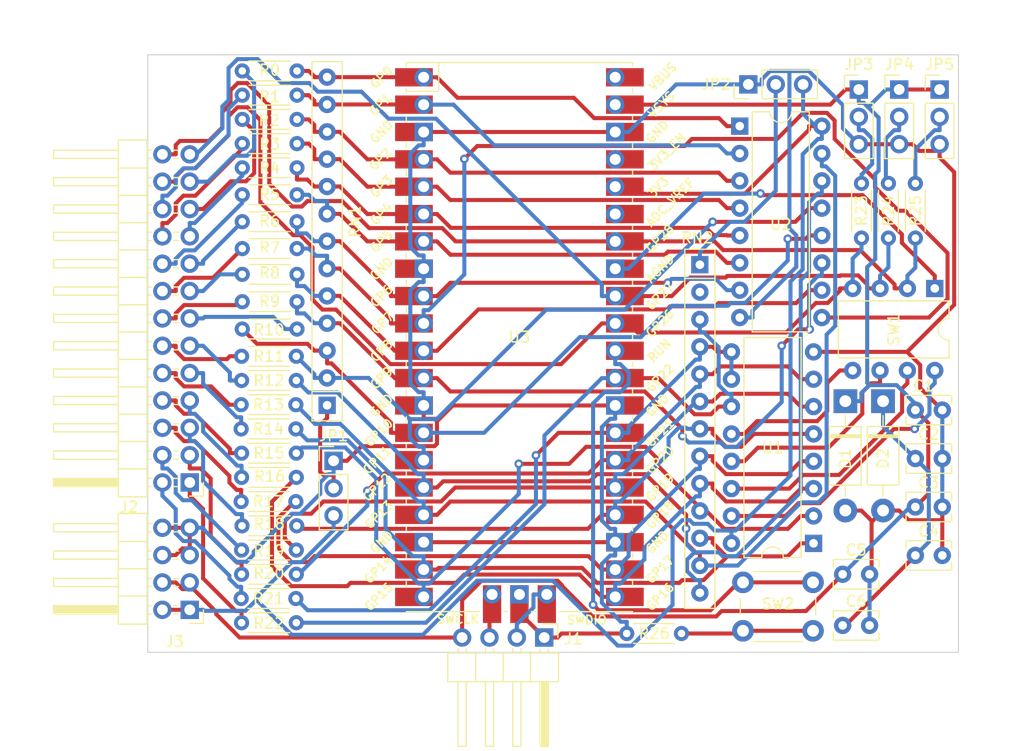
<source format=kicad_pcb>
(kicad_pcb (version 20211014) (generator pcbnew)
  (layers (0 "F.Cu" signal) (31 "B.Cu" signal) (34 "B.Paste" user) (35 "F.Paste" user) (36 "B.SilkS" user "B.Silkscreen") (37 "F.SilkS" user "F.Silkscreen") (38 "B.Mask" user) (39 "F.Mask" user) (44 "Edge.Cuts" user))
  (net 0 "")
  (net 1 "+5V")
  (net 2 "/SWCLK")
  (net 3 "/SWDIO")
  (net 4 "GND")
  (net 5 "+3V3")
  (net 6 "Net-(J2-Pad2)")
  (net 7 "Net-(J2-Pad3)")
  (net 8 "Net-(J2-Pad4)")
  (net 9 "Net-(J2-Pad15)")
  (net 10 "Net-(J2-Pad16)")
  (net 11 "Net-(J2-Pad17)")
  (net 12 "Net-(J2-Pad18)")
  (net 13 "Net-(J2-Pad19)")
  (net 14 "Net-(J2-Pad20)")
  (net 15 "Net-(J2-Pad21)")
  (net 16 "Net-(J2-Pad22)")
  (net 17 "Net-(J2-Pad23)")
  (net 18 "Net-(JP1-Pad2)")
  (net 19 "Net-(JP2-Pad2)")
  (net 20 "Net-(JP3-Pad2)")
  (net 21 "Net-(JP4-Pad2)")
  (net 22 "Net-(JP5-Pad2)")
  (net 23 "/ADC2")
  (net 24 "/ADC0")
  (net 25 "/ADC1")
  (net 26 "/OUT0")
  (net 27 "/OUT1")
  (net 28 "/OUT2")
  (net 29 "/OUT3")
  (net 30 "/OUT4")
  (net 31 "/OUT5")
  (net 32 "/OUT6")
  (net 33 "/OUT7")
  (net 34 "/OUT8")
  (net 35 "/OUT9")
  (net 36 "/OUT10")
  (net 37 "/OUT11")
  (net 38 "/OUT12")
  (net 39 "/OUT13")
  (net 40 "/OUT14")
  (net 41 "/OUT15")
  (net 42 "/OUT16")
  (net 43 "/OUT17")
  (net 44 "/OUT18")
  (net 45 "/OUT19")
  (net 46 "/OUT20")
  (net 47 "/OUT21")
  (net 48 "/OUT22")
  (net 50 "/RESET")
  (net 51 "/ADC GND")
  (net 55 "Net-(SW1-Pad5)")
  (net 56 "Net-(SW1-Pad6)")
  (net 57 "Net-(SW1-Pad7)")
  (net 58 "Net-(SW1-Pad8)")
  (net 59 "+3.3V")
  (net 60 "Net-(J2-Pad1)")
  (net 61 "Net-(R18-Pad2)")
  (net 62 "Net-(R17-Pad2)")
  (net 63 "Net-(R16-Pad2)")
  (net 64 "Net-(R15-Pad2)")
  (net 65 "Net-(R14-Pad2)")
  (net 66 "Net-(R13-Pad2)")
  (net 67 "Net-(R12-Pad2)")
  (net 68 "Net-(R11-Pad2)")
  (net 69 "Net-(R10-Pad2)")
  (net 70 "Net-(J2-Pad14)")
  (net 71 "Net-(R26-Pad1)")
  (footprint "Button_Switch_THT:SW_PUSH_6mm" (layer "F.Cu") (at 143.25 99.25)
    (fp_text reference "SW2")
    (fp_text value "SW_Push")
  )
  (footprint "Capacitor_THT:C_Rect_L4.0mm_W2.5mm_P2.50mm" (layer "F.Cu") (at 159.25 96.75)
    (fp_text reference "C4")
    (fp_text value "1uF")
  )
  (footprint "Resistor_THT:R_Axial_DIN0204_L3.6mm_D1.6mm_P5.08mm_Horizontal" (layer "F.Cu") (at 101.75 85 180)
    (fp_text reference "R14")
    (fp_text value "1k")
  )
  (footprint "Connector_PinHeader_2.54mm:PinHeader_1x03_P2.54mm_Vertical" (layer "F.Cu") (at 157.75 53.475)
    (fp_text reference "JP4")
    (fp_text value "Jumper_3_Bridged12")
  )
  (footprint "Diode_THT:D_DO-41_SOD81_P10.16mm_Horizontal" (layer "F.Cu") (at 152.75 82.42 -90)
    (fp_text reference "D1")
    (fp_text value "1N47xxA")
  )
  (footprint "Connector_PinHeader_2.54mm:PinHeader_1x03_P2.54mm_Vertical" (layer "F.Cu") (at 161.5 53.475)
    (fp_text reference "JP5")
    (fp_text value "Jumper_3_Bridged12")
  )
  (footprint "Resistor_THT:R_Axial_DIN0204_L3.6mm_D1.6mm_P5.08mm_Horizontal" (layer "F.Cu") (at 96.774 60.75)
    (fp_text reference "R4")
    (fp_text value "1k")
  )
  (footprint "Resistor_THT:R_Array_SIP13" (layer "F.Cu") (at 139.25 69.75 -90)
    (fp_text reference "RN2")
    (fp_text value "R_Network12")
  )
  (footprint "Package_DIP:DIP-8_W7.62mm" (layer "F.Cu") (at 161.05 71.95 -90)
    (fp_text reference "SW1")
    (fp_text value "SW_DIP_x04")
  )
  (footprint "Connector_PinHeader_2.54mm:PinHeader_1x03_P2.54mm_Vertical" (layer "F.Cu") (at 105.25 87.96)
    (fp_text reference "JP1")
    (fp_text value "Jumper_3_Bridged12")
  )
  (footprint "Capacitor_THT:C_Rect_L4.0mm_W2.5mm_P2.50mm" (layer "F.Cu") (at 152.5 103.25)
    (fp_text reference "C6")
    (fp_text value "0.1uF")
  )
  (footprint "Resistor_THT:R_Axial_DIN0204_L3.6mm_D1.6mm_P5.08mm_Horizontal" (layer "F.Cu") (at 156.75 62.195 -90)
    (fp_text reference "R24")
    (fp_text value "1k")
  )
  (footprint "Resistor_THT:R_Axial_DIN0204_L3.6mm_D1.6mm_P5.08mm_Horizontal" (layer "F.Cu") (at 96.774 56.25)
    (fp_text reference "R2")
    (fp_text value "1k")
  )
  (footprint "Resistor_THT:R_Axial_DIN0204_L3.6mm_D1.6mm_P5.08mm_Horizontal" (layer "F.Cu") (at 101.75 91.75 180)
    (fp_text reference "R17")
    (fp_text value "1k")
  )
  (footprint "Resistor_THT:R_Axial_DIN0204_L3.6mm_D1.6mm_P5.08mm_Horizontal" (layer "F.Cu") (at 101.79 87.25 180)
    (fp_text reference "R15")
    (fp_text value "1k")
  )
  (footprint "Resistor_THT:R_Axial_DIN0204_L3.6mm_D1.6mm_P5.08mm_Horizontal" (layer "F.Cu") (at 96.774 75.724)
    (fp_text reference "R10")
    (fp_text value "1k")
  )
  (footprint "Capacitor_THT:C_Rect_L4.0mm_W2.5mm_P2.50mm" (layer "F.Cu") (at 159.25 92.25)
    (fp_text reference "C3")
    (fp_text value "1uF")
  )
  (footprint "Resistor_THT:R_Axial_DIN0204_L3.6mm_D1.6mm_P5.08mm_Horizontal" (layer "F.Cu") (at 96.774 65.75)
    (fp_text reference "R6")
    (fp_text value "1k")
  )
  (footprint "Package_DIP:DIP-16_W7.62mm" (layer "F.Cu") (at 142.95 56.875)
    (fp_text reference "U2")
    (fp_text value "SP720")
  )
  (footprint "Resistor_THT:R_Axial_DIN0204_L3.6mm_D1.6mm_P5.08mm_Horizontal" (layer "F.Cu") (at 101.79 98.5 180)
    (fp_text reference "R20")
    (fp_text value "1k")
  )
  (footprint "Resistor_THT:R_Axial_DIN0204_L3.6mm_D1.6mm_P5.08mm_Horizontal" (layer "F.Cu") (at 101.79 103 180)
    (fp_text reference "R22")
    (fp_text value "1k")
  )
  (footprint "Connector_PinHeader_2.54mm:PinHeader_1x03_P2.54mm_Vertical" (layer "F.Cu") (at 154 53.475)
    (fp_text reference "JP3")
    (fp_text value "Jumper_3_Bridged12")
  )
  (footprint "MCU_RaspberryPi_and_Boards:RPi_Pico_SMD_TH" (layer "F.Cu") (at 122.5 76.471)
    (fp_text reference "U3")
    (fp_text value "Pico")
  )
  (footprint "Resistor_THT:R_Axial_DIN0204_L3.6mm_D1.6mm_P5.08mm_Horizontal" (layer "F.Cu") (at 154.25 62.195 -90)
    (fp_text reference "R23")
    (fp_text value "1k")
  )
  (footprint "Resistor_THT:R_Axial_DIN0204_L3.6mm_D1.6mm_P5.08mm_Horizontal" (layer "F.Cu") (at 101.79 80.5 180)
    (fp_text reference "R12")
    (fp_text value "1k")
  )
  (footprint "Resistor_THT:R_Axial_DIN0204_L3.6mm_D1.6mm_P5.08mm_Horizontal" (layer "F.Cu") (at 96.774 58.5)
    (fp_text reference "R3")
    (fp_text value "1k")
  )
  (footprint "Capacitor_THT:C_Rect_L4.0mm_W2.5mm_P2.50mm" (layer "F.Cu") (at 159.25 83.25)
    (fp_text reference "C1")
    (fp_text value "10uF")
  )
  (footprint "Connector_PinHeader_2.54mm:PinHeader_2x04_P2.54mm_Horizontal" (layer "F.Cu") (at 91.9 101.8 180)
    (fp_text reference "J3")
    (fp_text value "Conn_02x04_Counter_Clockwise")
  )
  (footprint "Resistor_THT:R_Axial_DIN0204_L3.6mm_D1.6mm_P5.08mm_Horizontal" (layer "F.Cu") (at 96.774 51.75)
    (fp_text reference "R0")
    (fp_text value "1k")
  )
  (footprint "Capacitor_THT:C_Rect_L4.0mm_W2.5mm_P2.50mm" (layer "F.Cu") (at 152.5 98.5)
    (fp_text reference "C5")
    (fp_text value "0.1uF")
  )
  (footprint "Resistor_THT:R_Axial_DIN0204_L3.6mm_D1.6mm_P5.08mm_Horizontal" (layer "F.Cu") (at 96.774 73.184)
    (fp_text reference "R9")
    (fp_text value "1k")
  )
  (footprint "Resistor_THT:R_Axial_DIN0204_L3.6mm_D1.6mm_P5.08mm_Horizontal" (layer "F.Cu") (at 101.83 94 180)
    (fp_text reference "R18")
    (fp_text value "1k")
  )
  (footprint "Resistor_THT:R_Axial_DIN0204_L3.6mm_D1.6mm_P5.08mm_Horizontal" (layer "F.Cu") (at 101.79 89.5 180)
    (fp_text reference "R16")
    (fp_text value "1k")
  )
  (footprint "Connector_PinHeader_2.54mm:PinHeader_2x13_P2.54mm_Horizontal" (layer "F.Cu") (at 91.9 89.975 180)
    (fp_text reference "J2")
    (fp_text value "Conn_02x13_Top_Bottom")
  )
  (footprint "Connector_PinHeader_2.54mm:PinHeader_1x04_P2.54mm_Horizontal" (layer "F.Cu") (at 124.8 104.375 -90)
    (fp_text reference "J1")
    (fp_text value "Conn_01x04")
  )
  (footprint "Resistor_THT:R_Axial_DIN0204_L3.6mm_D1.6mm_P5.08mm_Horizontal" (layer "F.Cu") (at 96.774 70.644)
    (fp_text reference "R8")
    (fp_text value "1k")
  )
  (footprint "MountingHole:MountingHole_3.2mm_M3_DIN965" (layer "F.Cu") (at 159.25 101.75)
    (fp_text reference "H1" hide)
    (fp_text value "MountingHole")
  )
  (footprint "Resistor_THT:R_Axial_DIN0204_L3.6mm_D1.6mm_P5.08mm_Horizontal" (layer "F.Cu") (at 101.79 78.25 180)
    (fp_text reference "R11")
    (fp_text value "1k")
  )
  (footprint "Resistor_THT:R_Array_SIP13" (layer "F.Cu") (at 104.648 82.804 90)
    (fp_text reference "RN1")
    (fp_text value "R_Network12")
  )
  (footprint "Resistor_THT:R_Axial_DIN0204_L3.6mm_D1.6mm_P5.08mm_Horizontal" (layer "F.Cu") (at 137.54 104 180)
    (fp_text reference "R26")
    (fp_text value "1k")
  )
  (footprint "Diode_THT:D_DO-41_SOD81_P10.16mm_Horizontal" (layer "F.Cu") (at 156.25 82.42 -90)
    (fp_text reference "D2")
    (fp_text value "1N47xxA")
  )
  (footprint "Resistor_THT:R_Axial_DIN0204_L3.6mm_D1.6mm_P5.08mm_Horizontal" (layer "F.Cu") (at 101.75 100.75 180)
    (fp_text reference "R21")
    (fp_text value "1k")
  )
  (footprint "Resistor_THT:R_Axial_DIN0204_L3.6mm_D1.6mm_P5.08mm_Horizontal" (layer "F.Cu") (at 101.79 96.25 180)
    (fp_text reference "R19")
    (fp_text value "1k")
  )
  (footprint "Resistor_THT:R_Axial_DIN0204_L3.6mm_D1.6mm_P5.08mm_Horizontal" (layer "F.Cu") (at 101.75 82.75 180)
    (fp_text reference "R13")
    (fp_text value "1k")
  )
  (footprint "Capacitor_THT:C_Rect_L4.0mm_W2.5mm_P2.50mm" (layer "F.Cu") (at 159.25 87.75)
    (fp_text reference "C2")
    (fp_text value "10uF")
  )
  (footprint "Resistor_THT:R_Axial_DIN0204_L3.6mm_D1.6mm_P5.08mm_Horizontal" (layer "F.Cu") (at 96.774 54)
    (fp_text reference "R1")
    (fp_text value "1k")
  )
  (footprint "Connector_PinHeader_2.54mm:PinHeader_1x03_P2.54mm_Vertical" (layer "F.Cu") (at 143.75 53 90)
    (fp_text reference "JP2")
    (fp_text value "Jumper_3_Bridged12")
  )
  (footprint "Package_DIP:DIP-16_W7.62mm" (layer "F.Cu") (at 149.8 95.625 180)
    (fp_text reference "U1")
    (fp_text value "SP720")
  )
  (footprint "MountingHole:MountingHole_3.2mm_M3_DIN965" (layer "F.Cu") (at 92 54.25)
    (fp_text reference "H2" hide)
    (fp_text value "MountingHole")
  )
  (footprint "Resistor_THT:R_Axial_DIN0204_L3.6mm_D1.6mm_P5.08mm_Horizontal" (layer "F.Cu") (at 159.25 62.195 -90)
    (fp_text reference "R25")
    (fp_text value "1k")
  )
  (footprint "Resistor_THT:R_Axial_DIN0204_L3.6mm_D1.6mm_P5.08mm_Horizontal" (layer "F.Cu") (at 96.774 63.25)
    (fp_text reference "R5")
    (fp_text value "1k")
  )
  (footprint "Resistor_THT:R_Axial_DIN0204_L3.6mm_D1.6mm_P5.08mm_Horizontal" (layer "F.Cu") (at 96.774 68.25)
    (fp_text reference "R7")
    (fp_text value "1k")
  )
  (gr_rect (start 88 50.25) (end 163.25 105.75) (layer "Edge.Cuts") (width 0.1) (fill none))
  (segment (start 140.7621 102.4175) (end 141.2655 101.9141) (width 0.375) (layer "F.Cu") (net 1))
  (segment (start 94.36 102.2075) (end 94.36 102.0017) (width 0.375) (layer "F.Cu") (net 1))
  (segment (start 126.428 99.5616) (end 129.2839 102.4175) (width 0.375) (layer "F.Cu") (net 1))
  (segment (start 118.9787 99.1027) (end 126.0405 99.1027) (width 0.375) (layer "F.Cu") (net 1))
  (segment (start 117.18 104.375) (end 117.18 103.1372) (width 0.375) (layer "F.Cu") (net 1))
  (segment (start 91.2167 99.8789) (end 90.5978 99.26) (width 0.375) (layer "F.Cu") (net 1))
  (segment (start 89.36 99.26) (end 90.5978 99.26) (width 0.375) (layer "F.Cu") (net 1))
  (segment (start 159.25 92.25) (end 160.4485 91.0515) (width 0.375) (layer "F.Cu") (net 1))
  (segment (start 117.18 103.1372) (end 117.18 100.9014) (width 0.375) (layer "F.Cu") (net 1))
  (segment (start 141.2655 101.9141) (end 149.0859 101.9141) (width 0.375) (layer "F.Cu") (net 1))
  (segment (start 161.5 53.475) (end 157.75 53.475) (width 0.375) (layer "F.Cu") (net 1))
  (segment (start 117.18 100.9014) (end 118.9787 99.1027) (width 0.375) (layer "F.Cu") (net 1))
  (segment (start 126.428 99.4902) (end 126.428 99.5616) (width 0.375) (layer "F.Cu") (net 1))
  (segment (start 160.4485 91.0515) (end 160.4485 84.4485) (width 0.375) (layer "F.Cu") (net 1))
  (segment (start 91.9 99.26) (end 91.9 99.8789) (width 0.375) (layer "F.Cu") (net 1))
  (segment (start 117.18 104.375) (end 96.5275 104.375) (width 0.375) (layer "F.Cu") (net 1))
  (segment (start 126.0405 99.1027) (end 126.428 99.4902) (width 0.375) (layer "F.Cu") (net 1))
  (segment (start 129.2839 102.4175) (end 140.7621 102.4175) (width 0.375) (layer "F.Cu") (net 1))
  (segment (start 154 53.475) (end 152.7622 53.475) (width 0.375) (layer "F.Cu") (net 1))
  (segment (start 96.5275 104.375) (end 94.36 102.2075) (width 0.375) (layer "F.Cu") (net 1))
  (segment (start 151.3562 54.881) (end 131.39 54.881) (width 0.375) (layer "F.Cu") (net 1))
  (segment (start 149.0859 101.9141) (end 152.5 98.5) (width 0.375) (layer "F.Cu") (net 1))
  (segment (start 160.4485 84.4485) (end 159.25 83.25) (width 0.375) (layer "F.Cu") (net 1))
  (segment (start 94.36 102.0017) (end 92.2372 99.8789) (width 0.375) (layer "F.Cu") (net 1))
  (segment (start 92.2372 99.8789) (end 91.9 99.8789) (width 0.375) (layer "F.Cu") (net 1))
  (segment (start 152.7622 53.475) (end 151.3562 54.881) (width 0.375) (layer "F.Cu") (net 1))
  (segment (start 91.9 99.8789) (end 91.2167 99.8789) (width 0.375) (layer "F.Cu") (net 1))
  (segment (start 154.777 69.9741) (end 155.5254 69.2257) (width 0.375) (layer "B.Cu") (net 1))
  (segment (start 156.5122 53.475) (end 154.8693 55.1179) (width 0.375) (layer "B.Cu") (net 1))
  (segment (start 154 53.475) (end 154 54.7128) (width 0.375) (layer "B.Cu") (net 1))
  (segment (start 152.5 98.5) (end 158.75 92.25) (width 0.375) (layer "B.Cu") (net 1))
  (segment (start 152.75 82.42) (end 154.2378 82.42) (width 0.375) (layer "B.Cu") (net 1))
  (segment (start 154.9816 80.9322) (end 154.777 80.7276) (width 0.375) (layer "B.Cu") (net 1))
  (segment (start 155.8402 61.0115) (end 155.8402 56.0888) (width 0.375) (layer "B.Cu") (net 1))
  (segment (start 159.25 82.6705) (end 157.5117 80.9322) (width 0.375) (layer "B.Cu") (net 1))
  (segment (start 159.25 83.25) (end 159.25 82.6705) (width 0.375) (layer "B.Cu") (net 1))
  (segment (start 154.777 80.7276) (end 154.777 69.9741) (width 0.375) (layer "B.Cu") (net 1))
  (segment (start 155.5254 61.3263) (end 155.8402 61.0115) (width 0.375) (layer "B.Cu") (net 1))
  (segment (start 154.4642 54.7128) (end 154 54.7128) (width 0.375) (layer "B.Cu") (net 1))
  (segment (start 157.75 53.475) (end 156.5122 53.475) (width 0.375) (layer "B.Cu") (net 1))
  (segment (start 155.8402 56.0888) (end 154.8693 55.1179) (width 0.375) (layer "B.Cu") (net 1))
  (segment (start 154.2378 81.676) (end 154.2378 82.42) (width 0.375) (layer "B.Cu") (net 1))
  (segment (start 154.9816 80.9322) (end 154.2378 81.676) (width 0.375) (layer "B.Cu") (net 1))
  (segment (start 158.75 92.25) (end 159.25 92.25) (width 0.375) (layer "B.Cu") (net 1))
  (segment (start 155.5254 69.2257) (end 155.5254 61.3263) (width 0.375) (layer "B.Cu") (net 1))
  (segment (start 154.8693 55.1179) (end 154.4642 54.7128) (width 0.375) (layer "B.Cu") (net 1))
  (segment (start 157.5117 80.9322) (end 154.9816 80.9322) (width 0.375) (layer "B.Cu") (net 1))
  (segment (start 119.96 100.371) (end 119.72 100.611) (width 0.375) (layer "F.Cu") (net 2))
  (segment (start 119.72 100.611) (end 119.72 104.375) (width 0.375) (layer "F.Cu") (net 2))
  (segment (start 125.04 100.371) (end 123.8022 100.371) (width 0.375) (layer "B.Cu") (net 3))
  (segment (start 123.8022 101.595) (end 123.8022 100.371) (width 0.375) (layer "B.Cu") (net 3))
  (segment (start 122.26 104.375) (end 122.26 103.1372) (width 0.375) (layer "B.Cu") (net 3))
  (segment (start 122.26 103.1372) (end 123.8022 101.595) (width 0.375) (layer "B.Cu") (net 3))
  (segment (start 159.6979 79.0585) (end 158.4844 77.845) (width 0.375) (layer "F.Cu") (net 4))
  (segment (start 91.9 96.1011) (end 91.2167 96.1011) (width 0.375) (layer "F.Cu") (net 4))
  (segment (start 132.46 104) (end 126.4128 104) (width 0.375) (layer "F.Cu") (net 4))
  (segment (start 162.8521 73.4773) (end 158.4844 77.845) (width 0.375) (layer "F.Cu") (net 4))
  (segment (start 152.75 92.58) (end 154.2378 92.58) (width 0.375) (layer "F.Cu") (net 4))
  (segment (start 113.61 84.0588) (end 114.6157 84.0588) (width 0.375) (layer "F.Cu") (net 4))
  (segment (start 114.6157 84.0588) (end 114.8479 84.291) (width 0.375) (layer "F.Cu") (net 4))
  (segment (start 91.2167 96.1011) (end 90.5978 96.72) (width 0.375) (layer "F.Cu") (net 4))
  (segment (start 155.1878 98.3122) (end 155 98.5) (width 0.375) (layer "F.Cu") (net 4))
  (segment (start 105.25 87.96) (end 106.4878 87.96) (width 0.375) (layer "F.Cu") (net 4))
  (segment (start 131.39 57.421) (end 113.61 57.421) (width 0.375) (layer "F.Cu") (net 4))
  (segment (start 161.75 92.25) (end 161.75 93.48) (width 0.375) (layer "F.Cu") (net 4))
  (segment (start 157.7378 92.58) (end 158.6378 93.48) (width 0.375) (layer "F.Cu") (net 4))
  (segment (start 161.5 59.7928) (end 162.8521 61.1449) (width 0.375) (layer "F.Cu") (net 4))
  (segment (start 89.36 94.18) (end 91.9 94.18) (width 0.375) (layer "F.Cu") (net 4))
  (segment (start 155.3 93.53) (end 155.1878 93.53) (width 0.375) (layer "F.Cu") (net 4))
  (segment (start 91.9 96.1011) (end 91.9 95.4822) (width 0.375) (layer "F.Cu") (net 4))
  (segment (start 162.8521 61.1449) (end 162.8521 73.4773) (width 0.375) (layer "F.Cu") (net 4))
  (segment (start 91.9 96.72) (end 91.9 96.1011) (width 0.375) (layer "F.Cu") (net 4))
  (segment (start 126.4128 104) (end 126.0378 104.375) (width 0.375) (layer "F.Cu") (net 4))
  (segment (start 156.25 92.58) (end 157.7378 92.58) (width 0.375) (layer "F.Cu") (net 4))
  (segment (start 131.39 82.821) (end 116.3179 82.821) (width 0.375) (layer "F.Cu") (net 4))
  (segment (start 157.75 58.555) (end 158.9878 58.555) (width 0.375) (layer "F.Cu") (net 4))
  (segment (start 122.5 102.075) (end 122.5 100.371) (width 0.375) (layer "F.Cu") (net 4))
  (segment (start 114.6206 86.5989) (end 107.8489 86.5989) (width 0.375) (layer "F.Cu") (net 4))
  (segment (start 124.8 104.375) (end 126.0378 104.375) (width 0.375) (layer "F.Cu") (net 4))
  (segment (start 114.8479 84.291) (end 114.8479 86.3716) (width 0.375) (layer "F.Cu") (net 4))
  (segment (start 91.9 94.18) (end 91.9 95.4822) (width 0.375) (layer "F.Cu") (net 4))
  (segment (start 159.6067 59.1739) (end 158.9878 58.555) (width 0.375) (layer "F.Cu") (net 4))
  (segment (start 124.8 104.375) (end 122.5 102.075) (width 0.375) (layer "F.Cu") (net 4))
  (segment (start 156.25 92.58) (end 155.3 93.53) (width 0.375) (layer "F.Cu") (net 4))
  (segment (start 159.6979 81.1979) (end 159.6979 79.0585) (width 0.375) (layer "F.Cu") (net 4))
  (segment (start 155.1878 93.53) (end 155.1878 98.3122) (width 0.375) (layer "F.Cu") (net 4))
  (segment (start 158.6378 93.48) (end 161.75 93.48) (width 0.375) (layer "F.Cu") (net 4))
  (segment (start 161.5 59.1739) (end 159.6067 59.1739) (width 0.375) (layer "F.Cu") (net 4))
  (segment (start 113.61 95.521) (end 131.39 95.521) (width 0.375) (layer "F.Cu") (net 4))
  (segment (start 89.36 96.72) (end 90.5978 96.72) (width 0.375) (layer "F.Cu") (net 4))
  (segment (start 113.61 82.821) (end 113.61 84.0588) (width 0.375) (layer "F.Cu") (net 4))
  (segment (start 155.1878 93.53) (end 154.2378 92.58) (width 0.375) (layer "F.Cu") (net 4))
  (segment (start 154 58.555) (end 157.75 58.555) (width 0.375) (layer "F.Cu") (net 4))
  (segment (start 114.8479 86.3716) (end 114.6206 86.5989) (width 0.375) (layer "F.Cu") (net 4))
  (segment (start 158.4844 77.845) (end 149.8 77.845) (width 0.375) (layer "F.Cu") (net 4))
  (segment (start 116.3179 82.821) (end 114.8479 84.291) (width 0.375) (layer "F.Cu") (net 4))
  (segment (start 161.5 58.555) (end 161.5 59.1739) (width 0.375) (layer "F.Cu") (net 4))
  (segment (start 161.75 83.25) (end 159.6979 81.1979) (width 0.375) (layer "F.Cu") (net 4))
  (segment (start 107.8489 86.5989) (end 106.4878 87.96) (width 0.375) (layer "F.Cu") (net 4))
  (segment (start 161.75 93.48) (end 161.75 96.75) (width 0.375) (layer "F.Cu") (net 4))
  (segment (start 161.5 59.1739) (end 161.5 59.7928) (width 0.375) (layer "F.Cu") (net 4))
  (segment (start 130.1522 93.5097) (end 130.9257 94.2832) (width 0.375) (layer "B.Cu") (net 4))
  (segment (start 105.25 87.96) (end 105.25 89.1978) (width 0.375) (layer "B.Cu") (net 4))
  (segment (start 104.0122 91.0268) (end 104.0122 89.9713) (width 0.375) (layer "B.Cu") (net 4))
  (segment (start 130.9257 94.2832) (end 131.39 94.2832) (width 0.375) (layer "B.Cu") (net 4))
  (segment (start 97.8379 96.6632) (end 97.8379 96.3997) (width 0.375) (layer "B.Cu") (net 4))
  (segment (start 96.1974 97.3424) (end 97.1587 97.3424) (width 0.375) (layer "B.Cu") (net 4))
  (segment (start 142.95 74.655) (end 144.1378 74.655) (width 0.375) (layer "B.Cu") (net 4))
  (segment (start 148.1956 69.9602) (end 148.1956 67.0146) (width 0.375) (layer "B.Cu") (net 4))
  (segment (start 130.1522 101.1483) (end 130.1522 97.5323) (width 0.375) (layer "B.Cu") (net 4))
  (segment (start 161.75 87.75) (end 161.75 92.25) (width 0.375) (layer "B.Cu") (net 4))
  (segment (start 147.56 51.7603) (end 149.3582 51.7603) (width 0.375) (layer "B.Cu") (net 4))
  (segment (start 130.1522 97.5323) (end 130.9257 96.7588) (width 0.375) (layer "B.Cu") (net 4))
  (segment (start 102.164 92.875) (end 104.0122 91.0268) (width 0.375) (layer "B.Cu") (net 4))
  (segment (start 112.3722 80.8097) (end 112.3722 72.1323) (width 0.375) (layer "B.Cu") (net 4))
  (segment (start 131.39 95.521) (end 131.39 96.7588) (width 0.375) (layer "B.Cu") (net 4))
  (segment (start 97.1587 97.3424) (end 97.8379 96.6632) (width 0.375) (layer "B.Cu") (net 4))
  (segment (start 113.61 70.121) (end 113.61 68.8832) (width 0.375) (layer "B.Cu") (net 4))
  (segment (start 144.9878 52.5358) (end 145.7633 51.7603) (width 0.375) (layer "B.Cu") (net 4))
  (segment (start 131.9161 102.9122) (end 130.1522 101.1483) (width 0.375) (layer "B.Cu") (net 4))
  (segment (start 112.3722 68.1097) (end 113.1457 68.8832) (width 0.375) (layer "B.Cu") (net 4))
  (segment (start 147.56 66.379) (end 147.56 51.7603) (width 0.375) (layer "B.Cu") (net 4))
  (segment (start 152.5292 57.0842) (end 154 58.555) (width 0.375) (layer "B.Cu") (net 4))
  (segment (start 112.3722 72.1323) (end 113.1457 71.3588) (width 0.375) (layer "B.Cu") (net 4))
  (segment (start 144.1378 74.018) (end 148.1956 69.9602) (width 0.375) (layer "B.Cu") (net 4))
  (segment (start 113.1457 71.3588) (end 113.61 71.3588) (width 0.375) (layer "B.Cu") (net 4))
  (segment (start 145.7633 51.7603) (end 147.56 51.7603) (width 0.375) (layer "B.Cu") (net 4))
  (segment (start 93.1378 94.2828) (end 96.1974 97.3424) (width 0.375) (layer "B.Cu") (net 4))
  (segment (start 131.39 84.0588) (end 130.9258 84.0588) (width 0.375) (layer "B.Cu") (net 4))
  (segment (start 113.61 82.821) (end 113.61 81.5832) (width 0.375) (layer "B.Cu") (net 4))
  (segment (start 132.46 102.9122) (end 131.9161 102.9122) (width 0.375) (layer "B.Cu") (net 4))
  (segment (start 161.75 83.25) (end 161.75 87.75) (width 0.375) (layer "B.Cu") (net 4))
  (segment (start 155 98.5) (end 155 103.25) (width 0.375) (layer "B.Cu") (net 4))
  (segment (start 130.9258 84.0588) (end 130.1522 84.8324) (width 0.375) (layer "B.Cu") (net 4))
  (segment (start 93.1378 94.18) (end 93.1378 94.2828) (width 0.375) (layer "B.Cu") (net 4))
  (segment (start 113.1458 58.6588) (end 112.3722 59.4324) (width 0.375) (layer "B.Cu") (net 4))
  (segment (start 143.75 53) (end 144.9878 53) (width 0.375) (layer "B.Cu") (net 4))
  (segment (start 144.1378 74.655) (end 144.1378 74.018) (width 0.375) (layer "B.Cu") (net 4))
  (segment (start 113.61 57.421) (end 113.61 58.6588) (width 0.375) (layer "B.Cu") (net 4))
  (segment (start 152.5292 54.9313) (end 152.5292 57.0842) (width 0.375) (layer "B.Cu") (net 4))
  (segment (start 113.61 81.5832) (end 113.1457 81.5832) (width 0.375) (layer "B.Cu") (net 4))
  (segment (start 148.1956 67.0146) (end 147.56 66.379) (width 0.375) (layer "B.Cu") (net 4))
  (segment (start 130.1522 84.8324) (end 130.1522 93.5097) (width 0.375) (layer "B.Cu") (net 4))
  (segment (start 112.3722 59.4324) (end 112.3722 68.1097) (width 0.375) (layer "B.Cu") (net 4))
  (segment (start 113.1457 81.5832) (end 112.3722 80.8097) (width 0.375) (layer "B.Cu") (net 4))
  (segment (start 132.6278 57.421) (end 137.0488 53) (width 0.375) (layer "B.Cu") (net 4))
  (segment (start 131.39 95.521) (end 131.39 94.2832) (width 0.375) (layer "B.Cu") (net 4))
  (segment (start 113.61 70.121) (end 113.61 71.3588) (width 0.375) (layer "B.Cu") (net 4))
  (segment (start 97.8379 96.3997) (end 101.3626 92.875) (width 0.375) (layer "B.Cu") (net 4))
  (segment (start 131.39 57.421) (end 132.6278 57.421) (width 0.375) (layer "B.Cu") (net 4))
  (segment (start 113.61 58.6588) (end 113.1458 58.6588) (width 0.375) (layer "B.Cu") (net 4))
  (segment (start 101.3626 92.875) (end 102.164 92.875) (width 0.375) (layer "B.Cu") (net 4))
  (segment (start 137.0488 53) (end 143.75 53) (width 0.375) (layer "B.Cu") (net 4))
  (segment (start 91.9 94.18) (end 93.1378 94.18) (width 0.375) (layer "B.Cu") (net 4))
  (segment (start 149.3582 51.7603) (end 152.5292 54.9313) (width 0.375) (layer "B.Cu") (net 4))
  (segment (start 104.0122 89.9713) (end 104.7857 89.1978) (width 0.375) (layer "B.Cu") (net 4))
  (segment (start 113.1457 68.8832) (end 113.61 68.8832) (width 0.375) (layer "B.Cu") (net 4))
  (segment (start 144.9878 53) (end 144.9878 52.5358) (width 0.375) (layer "B.Cu") (net 4))
  (segment (start 104.7857 89.1978) (end 105.25 89.1978) (width 0.375) (layer "B.Cu") (net 4))
  (segment (start 132.46 104) (end 132.46 102.9122) (width 0.375) (layer "B.Cu") (net 4))
  (segment (start 131.39 82.821) (end 131.39 84.0588) (width 0.375) (layer "B.Cu") (net 4))
  (segment (start 130.9257 96.7588) (end 131.39 96.7588) (width 0.375) (layer "B.Cu") (net 4))
  (segment (start 143.4294 63.158) (end 133.2848 63.158) (width 0.375) (layer "F.Cu") (net 5))
  (segment (start 150.57 56.875) (end 149.3822 56.875) (width 0.375) (layer "F.Cu") (net 5))
  (segment (start 133.2848 63.158) (end 132.6278 62.501) (width 0.375) (layer "F.Cu") (net 5))
  (segment (start 149.3822 56.875) (end 149.3822 57.2052) (width 0.375) (layer "F.Cu") (net 5))
  (segment (start 149.3822 57.2052) (end 143.4294 63.158) (width 0.375) (layer "F.Cu") (net 5))
  (segment (start 89.36 101.8) (end 91.9 101.8) (width 0.375) (layer "F.Cu") (net 5))
  (segment (start 131.39 62.501) (end 132.6278 62.501) (width 0.375) (layer "F.Cu") (net 5))
  (segment (start 101.3437 104.1199) (end 98.0945 100.8707) (width 0.375) (layer "B.Cu") (net 5))
  (segment (start 93.2328 101.895) (end 93.1378 101.8) (width 0.375) (layer "B.Cu") (net 5))
  (segment (start 150.57 56.875) (end 150.57 57.4689) (width 0.375) (layer "B.Cu") (net 5))
  (segment (start 150.57 57.4689) (end 148.83 55.7289) (width 0.375) (layer "B.Cu") (net 5))
  (segment (start 132.9292 105.1267) (end 131.6242 105.1267) (width 0.375) (layer "B.Cu") (net 5))
  (segment (start 142.18 94.4372) (end 140.6022 94.4372) (width 0.375) (layer "B.Cu") (net 5))
  (segment (start 125.5945 99.097) (end 118.5595 99.097) (width 0.375) (layer "B.Cu") (net 5))
  (segment (start 98.0945 100.8707) (end 97.0702 101.895) (width 0.375) (layer "B.Cu") (net 5))
  (segment (start 105.25 93.04) (end 105.25 94.4011) (width 0.375) (layer "B.Cu") (net 5))
  (segment (start 150.57 58.0628) (end 150.2139 58.0628) (width 0.375) (layer "B.Cu") (net 5))
  (segment (start 142.5513 94.4372) (end 142.18 94.4372) (width 0.375) (layer "B.Cu") (net 5))
  (segment (start 140.6022 94.4372) (end 139.9809 93.8159) (width 0.375) (layer "B.Cu") (net 5))
  (segment (start 147.6608 89.3277) (end 142.5513 94.4372) (width 0.375) (layer "B.Cu") (net 5))
  (segment (start 138.6478 93.8159) (end 138.3006 93.4687) (width 0.375) (layer "B.Cu") (net 5))
  (segment (start 137.6269 93.4687) (end 136.7133 94.3823) (width 0.375) (layer "B.Cu") (net 5))
  (segment (start 101.3631 97.375) (end 98.0945 100.6436) (width 0.375) (layer "B.Cu") (net 5))
  (segment (start 136.7133 94.3823) (end 136.7133 101.3426) (width 0.375) (layer "B.Cu") (net 5))
  (segment (start 98.0945 100.6436) (end 98.0945 100.8707) (width 0.375) (layer "B.Cu") (net 5))
  (segment (start 147.6608 71.3087) (end 147.6608 89.3277) (width 0.375) (layer "B.Cu") (net 5))
  (segment (start 150.2139 58.0628) (end 148.791 59.4857) (width 0.375) (layer "B.Cu") (net 5))
  (segment (start 97.0702 101.895) (end 93.2328 101.895) (width 0.375) (layer "B.Cu") (net 5))
  (segment (start 136.7133 101.3426) (end 132.9292 105.1267) (width 0.375) (layer "B.Cu") (net 5))
  (segment (start 131.6242 105.1267) (end 125.5945 99.097) (width 0.375) (layer "B.Cu") (net 5))
  (segment (start 113.5366 104.1199) (end 101.3437 104.1199) (width 0.375) (layer "B.Cu") (net 5))
  (segment (start 138.3006 93.4687) (end 137.6269 93.4687) (width 0.375) (layer "B.Cu") (net 5))
  (segment (start 148.791 59.4857) (end 148.791 70.1785) (width 0.375) (layer "B.Cu") (net 5))
  (segment (start 142.18 95.625) (end 142.18 94.4372) (width 0.375) (layer "B.Cu") (net 5))
  (segment (start 91.9 101.8) (end 93.1378 101.8) (width 0.375) (layer "B.Cu") (net 5))
  (segment (start 139.9809 93.8159) (end 138.6478 93.8159) (width 0.375) (layer "B.Cu") (net 5))
  (segment (start 148.83 55.7289) (end 148.83 53) (width 0.375) (layer "B.Cu") (net 5))
  (segment (start 105.25 94.4011) (end 102.2761 97.375) (width 0.375) (layer "B.Cu") (net 5))
  (segment (start 102.2761 97.375) (end 101.3631 97.375) (width 0.375) (layer "B.Cu") (net 5))
  (segment (start 118.5595 99.097) (end 113.5366 104.1199) (width 0.375) (layer "B.Cu") (net 5))
  (segment (start 148.791 70.1785) (end 147.6608 71.3087) (width 0.375) (layer "B.Cu") (net 5))
  (segment (start 150.57 57.4689) (end 150.57 58.0628) (width 0.375) (layer "B.Cu") (net 5))
  (segment (start 95.5822 98.627) (end 92.3731 95.4179) (width 0.375) (layer "B.Cu") (net 6))
  (segment (start 90.5978 92.4506) (end 89.36 91.2128) (width 0.375) (layer "B.Cu") (net 6))
  (segment (start 95.5822 98.9182) (end 95.5822 98.627) (width 0.375) (layer "B.Cu") (net 6))
  (segment (start 90.5978 94.707) (end 90.5978 92.4506) (width 0.375) (layer "B.Cu") (net 6))
  (segment (start 91.3087 95.4179) (end 90.5978 94.707) (width 0.375) (layer "B.Cu") (net 6))
  (segment (start 96.3262 99.6622) (end 95.5822 98.9182) (width 0.375) (layer "B.Cu") (net 6))
  (segment (start 92.3731 95.4179) (end 91.3087 95.4179) (width 0.375) (layer "B.Cu") (net 6))
  (segment (start 89.36 89.975) (end 89.36 91.2128) (width 0.375) (layer "B.Cu") (net 6))
  (segment (start 96.67 99.6622) (end 96.3262 99.6622) (width 0.375) (layer "B.Cu") (net 6))
  (segment (start 96.67 100.75) (end 96.67 99.6622) (width 0.375) (layer "B.Cu") (net 6))
  (segment (start 91.9 87.435) (end 91.9 88.6728) (width 0.375) (layer "F.Cu") (net 7))
  (segment (start 96.71 98.5) (end 96.71 97.4122) (width 0.375) (layer "F.Cu") (net 7))
  (segment (start 96.71 97.4122) (end 96.3021 97.4122) (width 0.375) (layer "F.Cu") (net 7))
  (segment (start 96.3021 97.4122) (end 93.8426 94.9527) (width 0.375) (layer "F.Cu") (net 7))
  (segment (start 93.8426 89.6097) (end 92.9057 88.6728) (width 0.375) (layer "F.Cu") (net 7))
  (segment (start 93.8426 94.9527) (end 93.8426 89.6097) (width 0.375) (layer "F.Cu") (net 7))
  (segment (start 92.9057 88.6728) (end 91.9 88.6728) (width 0.375) (layer "F.Cu") (net 7))
  (segment (start 89.36 87.435) (end 89.36 88.6728) (width 0.375) (layer "B.Cu") (net 8))
  (segment (start 90.5978 90.9583) (end 90.5978 89.4463) (width 0.375) (layer "B.Cu") (net 8))
  (segment (start 96.71 96.25) (end 92.0885 91.6285) (width 0.375) (layer "B.Cu") (net 8))
  (segment (start 89.8243 88.6728) (end 89.36 88.6728) (width 0.375) (layer "B.Cu") (net 8))
  (segment (start 90.5978 89.4463) (end 89.8243 88.6728) (width 0.375) (layer "B.Cu") (net 8))
  (segment (start 92.0885 91.6285) (end 91.268 91.6285) (width 0.375) (layer "B.Cu") (net 8))
  (segment (start 91.268 91.6285) (end 90.5978 90.9583) (width 0.375) (layer "B.Cu") (net 8))
  (segment (start 96.774 70.644) (end 94.6888 70.644) (width 0.375) (layer "B.Cu") (net 9))
  (segment (start 94.6888 70.644) (end 93.1378 72.195) (width 0.375) (layer "B.Cu") (net 9))
  (segment (start 91.9 72.195) (end 93.1378 72.195) (width 0.375) (layer "B.Cu") (net 9))
  (segment (start 91.3713 70.9572) (end 90.5978 71.7307) (width 0.375) (layer "F.Cu") (net 10))
  (segment (start 89.36 72.195) (end 90.5978 72.195) (width 0.375) (layer "F.Cu") (net 10))
  (segment (start 94.0668 70.9572) (end 91.3713 70.9572) (width 0.375) (layer "F.Cu") (net 10))
  (segment (start 90.5978 71.7307) (end 90.5978 72.195) (width 0.375) (layer "F.Cu") (net 10))
  (segment (start 96.774 68.25) (end 94.0668 70.9572) (width 0.375) (layer "F.Cu") (net 10))
  (segment (start 96.774 65.75) (end 93.1378 69.3862) (width 0.375) (layer "B.Cu") (net 11))
  (segment (start 93.1378 69.3862) (end 93.1378 69.655) (width 0.375) (layer "B.Cu") (net 11))
  (segment (start 91.9 69.655) (end 93.1378 69.655) (width 0.375) (layer "B.Cu") (net 11))
  (segment (start 90.5978 69.1907) (end 90.5978 69.655) (width 0.375) (layer "B.Cu") (net 12))
  (segment (start 92.3578 68.4172) (end 91.3713 68.4172) (width 0.375) (layer "B.Cu") (net 12))
  (segment (start 89.36 69.655) (end 90.5978 69.655) (width 0.375) (layer "B.Cu") (net 12))
  (segment (start 96.774 63.25) (end 96.774 64.001) (width 0.375) (layer "B.Cu") (net 12))
  (segment (start 91.3713 68.4172) (end 90.5978 69.1907) (width 0.375) (layer "B.Cu") (net 12))
  (segment (start 96.774 64.001) (end 92.3578 68.4172) (width 0.375) (layer "B.Cu") (net 12))
  (segment (start 96.774 61.4675) (end 92.3643 65.8772) (width 0.375) (layer "B.Cu") (net 13))
  (segment (start 91.9 67.115) (end 91.9 65.8772) (width 0.375) (layer "B.Cu") (net 13))
  (segment (start 96.774 60.75) (end 96.774 61.4675) (width 0.375) (layer "B.Cu") (net 13))
  (segment (start 92.3643 65.8772) (end 91.9 65.8772) (width 0.375) (layer "B.Cu") (net 13))
  (segment (start 90.5978 65.1037) (end 89.8243 65.8772) (width 0.375) (layer "F.Cu") (net 14))
  (segment (start 96.774 58.5) (end 96.774 58.9899) (width 0.375) (layer "F.Cu") (net 14))
  (segment (start 91.3087 63.3371) (end 90.5978 64.048) (width 0.375) (layer "F.Cu") (net 14))
  (segment (start 90.5978 64.048) (end 90.5978 65.1037) (width 0.375) (layer "F.Cu") (net 14))
  (segment (start 89.36 67.115) (end 89.36 65.8772) (width 0.375) (layer "F.Cu") (net 14))
  (segment (start 89.8243 65.8772) (end 89.36 65.8772) (width 0.375) (layer "F.Cu") (net 14))
  (segment (start 92.4268 63.3371) (end 91.3087 63.3371) (width 0.375) (layer "F.Cu") (net 14))
  (segment (start 96.774 58.9899) (end 92.4268 63.3371) (width 0.375) (layer "F.Cu") (net 14))
  (segment (start 95.7128 62) (end 93.1378 64.575) (width 0.375) (layer "F.Cu") (net 15))
  (segment (start 91.9 64.575) (end 93.1378 64.575) (width 0.375) (layer "F.Cu") (net 15))
  (segment (start 96.774 56.25) (end 97.8793 57.3553) (width 0.375) (layer "F.Cu") (net 15))
  (segment (start 97.8793 61.2418) (end 97.1211 62) (width 0.375) (layer "F.Cu") (net 15))
  (segment (start 97.8793 57.3553) (end 97.8793 61.2418) (width 0.375) (layer "F.Cu") (net 15))
  (segment (start 97.1211 62) (end 95.7128 62) (width 0.375) (layer "F.Cu") (net 15))
  (segment (start 91.3087 60.7971) (end 90.5978 61.508) (width 0.375) (layer "B.Cu") (net 16))
  (segment (start 90.5978 61.508) (end 90.5978 62.5637) (width 0.375) (layer "B.Cu") (net 16))
  (segment (start 95.5 55.274) (end 95.5 57.6889) (width 0.375) (layer "B.Cu") (net 16))
  (segment (start 92.3918 60.7971) (end 91.3087 60.7971) (width 0.375) (layer "B.Cu") (net 16))
  (segment (start 89.36 63.3372) (end 89.36 64.575) (width 0.375) (layer "B.Cu") (net 16))
  (segment (start 89.8243 63.3372) (end 89.36 63.3372) (width 0.375) (layer "B.Cu") (net 16))
  (segment (start 95.5 57.6889) (end 92.3918 60.7971) (width 0.375) (layer "B.Cu") (net 16))
  (segment (start 96.774 54) (end 95.5 55.274) (width 0.375) (layer "B.Cu") (net 16))
  (segment (start 90.5978 62.5637) (end 89.8243 63.3372) (width 0.375) (layer "B.Cu") (net 16))
  (segment (start 93.5884 62.035) (end 91.9 62.035) (width 0.375) (layer "B.Cu") (net 17))
  (segment (start 97.8731 58.9722) (end 97.2203 59.625) (width 0.375) (layer "B.Cu") (net 17))
  (segment (start 97.8731 52.8491) (end 97.8731 58.9722) (width 0.375) (layer "B.Cu") (net 17))
  (segment (start 96.774 51.75) (end 97.8731 52.8491) (width 0.375) (layer "B.Cu") (net 17))
  (segment (start 97.2203 59.625) (end 95.9984 59.625) (width 0.375) (layer "B.Cu") (net 17))
  (segment (start 95.9984 59.625) (end 93.5884 62.035) (width 0.375) (layer "B.Cu") (net 17))
  (segment (start 104.0012 88.9794) (end 104.284 89.2622) (width 0.375) (layer "F.Cu") (net 18))
  (segment (start 104.0012 84.6386) (end 104.0012 88.9794) (width 0.375) (layer "F.Cu") (net 18))
  (segment (start 104.648 82.804) (end 104.648 83.9918) (width 0.375) (layer "F.Cu") (net 18))
  (segment (start 104.284 89.2622) (end 105.25 89.2622) (width 0.375) (layer "F.Cu") (net 18))
  (segment (start 104.648 83.9918) (end 104.0012 84.6386) (width 0.375) (layer "F.Cu") (net 18))
  (segment (start 105.25 90.5) (end 105.25 89.2622) (width 0.375) (layer "F.Cu") (net 18))
  (segment (start 139.25 69.75) (end 139.25 68.5622) (width 0.375) (layer "B.Cu") (net 19))
  (segment (start 142.0472 65.765) (end 143.4033 65.765) (width 0.375) (layer "B.Cu") (net 19))
  (segment (start 143.4033 65.765) (end 146.29 62.8783) (width 0.375) (layer "B.Cu") (net 19))
  (segment (start 139.25 68.5622) (end 142.0472 65.765) (width 0.375) (layer "B.Cu") (net 19))
  (segment (start 146.29 62.8783) (end 146.29 54.2378) (width 0.375) (layer "B.Cu") (net 19))
  (segment (start 146.29 53) (end 146.29 54.2378) (width 0.375) (layer "B.Cu") (net 19))
  (segment (start 154 56.015) (end 154 57.2528) (width 0.375) (layer "B.Cu") (net 20))
  (segment (start 154 57.2528) (end 154.4643 57.2528) (width 0.375) (layer "B.Cu") (net 20))
  (segment (start 154.4643 57.2528) (end 155.2378 58.0263) (width 0.375) (layer "B.Cu") (net 20))
  (segment (start 154.25 61.3813) (end 154.25 62.195) (width 0.375) (layer "B.Cu") (net 20))
  (segment (start 155.2378 58.0263) (end 155.2378 60.3935) (width 0.375) (layer "B.Cu") (net 20))
  (segment (start 155.2378 60.3935) (end 154.25 61.3813) (width 0.375) (layer "B.Cu") (net 20))
  (segment (start 156.5122 61.9572) (end 156.5122 58.0263) (width 0.375) (layer "B.Cu") (net 21))
  (segment (start 156.5122 58.0263) (end 157.2857 57.2528) (width 0.375) (layer "B.Cu") (net 21))
  (segment (start 156.75 62.195) (end 156.5122 61.9572) (width 0.375) (layer "B.Cu") (net 21))
  (segment (start 157.75 56.015) (end 157.75 57.2528) (width 0.375) (layer "B.Cu") (net 21))
  (segment (start 157.2857 57.2528) (end 157.75 57.2528) (width 0.375) (layer "B.Cu") (net 21))
  (segment (start 159.25 62.195) (end 159.25 59.0386) (width 0.375) (layer "B.Cu") (net 22))
  (segment (start 159.25 59.0386) (end 161.0358 57.2528) (width 0.375) (layer "B.Cu") (net 22))
  (segment (start 161.5 56.015) (end 161.5 57.2528) (width 0.375) (layer "B.Cu") (net 22))
  (segment (start 161.0358 57.2528) (end 161.5 57.2528) (width 0.375) (layer "B.Cu") (net 22))
  (segment (start 131.39 67.581) (end 132.6278 67.581) (width 0.375) (layer "F.Cu") (net 23))
  (segment (start 99.277 62.2297) (end 99.277 54.9397) (width 0.375) (layer "F.Cu") (net 23))
  (segment (start 140.6084 67.581) (end 132.6278 67.581) (width 0.375) (layer "F.Cu") (net 23))
  (segment (start 101.3917 64.3444) (end 99.277 62.2297) (width 0.375) (layer "F.Cu") (net 23))
  (segment (start 102.8188 63.8361) (end 102.3105 64.3444) (width 0.375) (layer "F.Cu") (net 23))
  (segment (start 106.045 63.8361) (end 102.8188 63.8361) (width 0.375) (layer "F.Cu") (net 23))
  (segment (start 116.5741 67.581) (end 115.3362 66.3431) (width 0.375) (layer "F.Cu") (net 23))
  (segment (start 95.6865 53.5452) (end 95.6865 54.8135) (width 0.375) (layer "F.Cu") (net 23))
  (segment (start 94.925 55.575) (end 94.925 57) (width 0.375) (layer "F.Cu") (net 23))
  (segment (start 97.2123 52.875) (end 96.3567 52.875) (width 0.375) (layer "F.Cu") (net 23))
  (segment (start 141.4145 68.3871) (end 140.6084 67.581) (width 0.375) (layer "F.Cu") (net 23))
  (segment (start 157.3222 71.95) (end 157.3222 71.5788) (width 0.375) (layer "F.Cu") (net 23))
  (segment (start 131.39 67.581) (end 116.5741 67.581) (width 0.375) (layer "F.Cu") (net 23))
  (segment (start 154.1305 68.3871) (end 141.4145 68.3871) (width 0.375) (layer "F.Cu") (net 23))
  (segment (start 108.552 66.3431) (end 106.045 63.8361) (width 0.375) (layer "F.Cu") (net 23))
  (segment (start 93.675 58.25) (end 90.9817 58.25) (width 0.375) (layer "F.Cu") (net 23))
  (segment (start 99.277 54.9397) (end 97.2123 52.875) (width 0.375) (layer "F.Cu") (net 23))
  (segment (start 90.5978 59.495) (end 89.36 59.495) (width 0.375) (layer "F.Cu") (net 23))
  (segment (start 90.9817 58.25) (end 90.5978 58.6339) (width 0.375) (layer "F.Cu") (net 23))
  (segment (start 95.6865 54.8135) (end 94.925 55.575) (width 0.375) (layer "F.Cu") (net 23))
  (segment (start 94.925 57) (end 93.675 58.25) (width 0.375) (layer "F.Cu") (net 23))
  (segment (start 157.3222 71.5788) (end 154.1305 68.3871) (width 0.375) (layer "F.Cu") (net 23))
  (segment (start 96.3567 52.875) (end 95.6865 53.5452) (width 0.375) (layer "F.Cu") (net 23))
  (segment (start 158.51 71.95) (end 157.3222 71.95) (width 0.375) (layer "F.Cu") (net 23))
  (segment (start 102.3105 64.3444) (end 101.3917 64.3444) (width 0.375) (layer "F.Cu") (net 23))
  (segment (start 115.3362 66.3431) (end 108.552 66.3431) (width 0.375) (layer "F.Cu") (net 23))
  (segment (start 90.5978 58.6339) (end 90.5978 59.495) (width 0.375) (layer "F.Cu") (net 23))
  (segment (start 159.25 67.275) (end 159.25 70.0222) (width 0.375) (layer "B.Cu") (net 23))
  (segment (start 158.51 71.95) (end 158.51 70.7622) (width 0.375) (layer "B.Cu") (net 23))
  (segment (start 159.25 70.0222) (end 158.51 70.7622) (width 0.375) (layer "B.Cu") (net 23))
  (segment (start 105.466 73.914) (end 104.2123 73.914) (width 0.375) (layer "F.Cu") (net 24))
  (segment (start 126.3743 78.9789) (end 110.5309 78.9789) (width 0.375) (layer "F.Cu") (net 24))
  (segment (start 92.4225 60.7972) (end 91.3713 60.7972) (width 0.375) (layer "F.Cu") (net 24))
  (segment (start 101.4954 67) (end 98.4547 63.9593) (width 0.375) (layer "F.Cu") (net 24))
  (segment (start 150.0066 73.3029) (end 147.2658 76.0437) (width 0.375) (layer "F.Cu") (net 24))
  (segment (start 91.3713 60.7972) (end 90.5978 61.5707) (width 0.375) (layer "F.Cu") (net 24))
  (segment (start 90.5978 61.5707) (end 90.5978 62.035) (width 0.375) (layer "F.Cu") (net 24))
  (segment (start 98.4547 56.3144) (end 97.2653 55.125) (width 0.375) (layer "F.Cu") (net 24))
  (segment (start 96.3312 55.125) (end 95.5 55.9562) (width 0.375) (layer "F.Cu") (net 24))
  (segment (start 131.39 75.201) (end 132.6278 75.201) (width 0.375) (layer "F.Cu") (net 24))
  (segment (start 104.2123 73.914) (end 103.298 72.9997) (width 0.375) (layer "F.Cu") (net 24))
  (segment (start 97.2653 55.125) (end 96.3312 55.125) (width 0.375) (layer "F.Cu") (net 24))
  (segment (start 131.39 75.201) (end 130.1522 75.201) (width 0.375) (layer "F.Cu") (net 24))
  (segment (start 133.4705 76.0437) (end 132.6278 75.201) (width 0.375) (layer "F.Cu") (net 24))
  (segment (start 110.5309 78.9789) (end 105.466 73.914) (width 0.375) (layer "F.Cu") (net 24))
  (segment (start 153.43 71.95) (end 152.2422 71.95) (width 0.375) (layer "F.Cu") (net 24))
  (segment (start 95.5 57.7197) (end 92.4225 60.7972) (width 0.375) (layer "F.Cu") (net 24))
  (segment (start 102.1549 67) (end 101.4954 67) (width 0.375) (layer "F.Cu") (net 24))
  (segment (start 90.5978 62.035) (end 89.36 62.035) (width 0.375) (layer "F.Cu") (net 24))
  (segment (start 147.2658 76.0437) (end 133.4705 76.0437) (width 0.375) (layer "F.Cu") (net 24))
  (segment (start 130.1522 75.201) (end 126.3743 78.9789) (width 0.375) (layer "F.Cu") (net 24))
  (segment (start 103.298 68.1431) (end 102.1549 67) (width 0.375) (layer "F.Cu") (net 24))
  (segment (start 95.5 55.9562) (end 95.5 57.7197) (width 0.375) (layer "F.Cu") (net 24))
  (segment (start 98.4547 63.9593) (end 98.4547 56.3144) (width 0.375) (layer "F.Cu") (net 24))
  (segment (start 151.112 73.3029) (end 150.0066 73.3029) (width 0.375) (layer "F.Cu") (net 24))
  (segment (start 152.2422 71.95) (end 152.2422 72.1727) (width 0.375) (layer "F.Cu") (net 24))
  (segment (start 103.298 72.9997) (end 103.298 68.1431) (width 0.375) (layer "F.Cu") (net 24))
  (segment (start 152.2422 72.1727) (end 151.112 73.3029) (width 0.375) (layer "F.Cu") (net 24))
  (segment (start 153.43 69.1828) (end 153.43 71.95) (width 0.375) (layer "B.Cu") (net 24))
  (segment (start 154.25 67.275) (end 154.25 68.3628) (width 0.375) (layer "B.Cu") (net 24))
  (segment (start 154.25 68.3628) (end 153.43 69.1828) (width 0.375) (layer "B.Cu") (net 24))
  (segment (start 152.3093 70.741) (end 153.9444 70.741) (width 0.375) (layer "F.Cu") (net 25))
  (segment (start 153.9444 70.741) (end 154.7822 71.5788) (width 0.375) (layer "F.Cu") (net 25))
  (segment (start 141.646 70.9379) (end 141.7926 70.7913) (width 0.375) (layer "F.Cu") (net 25))
  (segment (start 154.7822 71.5788) (end 154.7822 71.95) (width 0.375) (layer "F.Cu") (net 25))
  (segment (start 155.97 71.95) (end 154.7822 71.95) (width 0.375) (layer "F.Cu") (net 25))
  (segment (start 152.259 70.7913) (end 152.3093 70.741) (width 0.375) (layer "F.Cu") (net 25))
  (segment (start 138.3592 70.9379) (end 141.646 70.9379) (width 0.375) (layer "F.Cu") (net 25))
  (segment (start 136.6361 72.661) (end 138.3592 70.9379) (width 0.375) (layer "F.Cu") (net 25))
  (segment (start 141.7926 70.7913) (end 152.259 70.7913) (width 0.375) (layer "F.Cu") (net 25))
  (segment (start 131.39 72.661) (end 136.6361 72.661) (width 0.375) (layer "F.Cu") (net 25))
  (segment (start 131.39 72.661) (end 130.1522 72.661) (width 0.375) (layer "B.Cu") (net 25))
  (segment (start 95.5 51.479) (end 95.5 54.460827) (width 0.375) (layer "B.Cu") (net 25))
  (segment (start 98.2009 50.6479) (end 96.3311 50.6479) (width 0.375) (layer "B.Cu") (net 25))
  (segment (start 156.75 69.9822) (end 155.97 70.7622) (width 0.375) (layer "B.Cu") (net 25))
  (segment (start 100.428 52.875) (end 98.2009 50.6479) (width 0.375) (layer "B.Cu") (net 25))
  (segment (start 94.925 57.075) (end 92.505 59.495) (width 0.375) (layer "B.Cu") (net 25))
  (segment (start 92.505 59.495) (end 91.9 59.495) (width 0.375) (layer "B.Cu") (net 25))
  (segment (start 102.9925 52.875) (end 100.428 52.875) (width 0.375) (layer "B.Cu") (net 25))
  (segment (start 156.75 67.275) (end 156.75 69.9822) (width 0.375) (layer "B.Cu") (net 25))
  (segment (start 110.3447 56.1831) (end 107.8377 53.6761) (width 0.375) (layer "B.Cu") (net 25))
  (segment (start 114.7604 56.1831) (end 110.3447 56.1831) (width 0.375) (layer "B.Cu") (net 25))
  (segment (start 95.5 54.460827) (end 94.925 55.035827) (width 0.375) (layer "B.Cu") (net 25))
  (segment (start 130.1522 71.5749) (end 114.7604 56.1831) (width 0.375) (layer "B.Cu") (net 25))
  (segment (start 94.925 55.035827) (end 94.925 57.075) (width 0.375) (layer "B.Cu") (net 25))
  (segment (start 96.3311 50.6479) (end 95.5 51.479) (width 0.375) (layer "B.Cu") (net 25))
  (segment (start 107.8377 53.6761) (end 103.7936 53.6761) (width 0.375) (layer "B.Cu") (net 25))
  (segment (start 130.1522 72.661) (end 130.1522 71.5749) (width 0.375) (layer "B.Cu") (net 25))
  (segment (start 155.97 71.95) (end 155.97 70.7622) (width 0.375) (layer "B.Cu") (net 25))
  (segment (start 103.7936 53.6761) (end 102.9925 52.875) (width 0.375) (layer "B.Cu") (net 25))
  (segment (start 114.8478 52.341) (end 116.7488 54.242) (width 0.375) (layer "F.Cu") (net 26))
  (segment (start 112.3552 52.324) (end 112.3722 52.341) (width 0.375) (layer "F.Cu") (net 26))
  (segment (start 104.648 52.324) (end 112.3552 52.324) (width 0.375) (layer "F.Cu") (net 26))
  (segment (start 116.7488 54.242) (end 127.5487 54.242) (width 0.375) (layer "F.Cu") (net 26))
  (segment (start 104.648 52.324) (end 103.4602 52.324) (width 0.375) (layer "F.Cu") (net 26))
  (segment (start 103.4602 52.324) (end 103.4602 52.2684) (width 0.375) (layer "F.Cu") (net 26))
  (segment (start 142.95 56.875) (end 141.7622 56.875) (width 0.375) (layer "F.Cu") (net 26))
  (segment (start 113.61 52.341) (end 112.3722 52.341) (width 0.375) (layer "F.Cu") (net 26))
  (segment (start 127.5487 54.242) (end 129.4388 56.1321) (width 0.375) (layer "F.Cu") (net 26))
  (segment (start 101.854 51.75) (end 102.9418 51.75) (width 0.375) (layer "F.Cu") (net 26))
  (segment (start 113.61 52.341) (end 114.8478 52.341) (width 0.375) (layer "F.Cu") (net 26))
  (segment (start 129.4388 56.1321) (end 141.0193 56.1321) (width 0.375) (layer "F.Cu") (net 26))
  (segment (start 141.0193 56.1321) (end 141.7622 56.875) (width 0.375) (layer "F.Cu") (net 26))
  (segment (start 103.4602 52.2684) (end 102.9418 51.75) (width 0.375) (layer "F.Cu") (net 26))
  (segment (start 103.4602 54.5184) (end 103.4602 54.864) (width 0.375) (layer "F.Cu") (net 27))
  (segment (start 112.3552 54.864) (end 112.3722 54.881) (width 0.375) (layer "F.Cu") (net 27))
  (segment (start 102.9418 54) (end 103.4602 54.5184) (width 0.375) (layer "F.Cu") (net 27))
  (segment (start 101.854 54) (end 102.9418 54) (width 0.375) (layer "F.Cu") (net 27))
  (segment (start 104.648 54.864) (end 103.4602 54.864) (width 0.375) (layer "F.Cu") (net 27))
  (segment (start 104.648 54.864) (end 112.3552 54.864) (width 0.375) (layer "F.Cu") (net 27))
  (segment (start 113.61 54.881) (end 112.3722 54.881) (width 0.375) (layer "F.Cu") (net 27))
  (segment (start 120.1589 58.6589) (end 141.0061 58.6589) (width 0.375) (layer "B.Cu") (net 27))
  (segment (start 141.7622 59.415) (end 142.95 59.415) (width 0.375) (layer "B.Cu") (net 27))
  (segment (start 113.61 54.881) (end 116.381 54.881) (width 0.375) (layer "B.Cu") (net 27))
  (segment (start 141.0061 58.6589) (end 141.7622 59.415) (width 0.375) (layer "B.Cu") (net 27))
  (segment (start 116.381 54.881) (end 120.1589 58.6589) (width 0.375) (layer "B.Cu") (net 27))
  (segment (start 101.854 56.25) (end 102.9418 56.25) (width 0.375) (layer "F.Cu") (net 28))
  (segment (start 104.648 57.404) (end 105.8358 57.404) (width 0.375) (layer "F.Cu") (net 28))
  (segment (start 116.0856 61.1988) (end 141.006 61.1988) (width 0.375) (layer "F.Cu") (net 28))
  (segment (start 113.61 59.961) (end 114.8478 59.961) (width 0.375) (layer "F.Cu") (net 28))
  (segment (start 103.4602 56.7684) (end 102.9418 56.25) (width 0.375) (layer "F.Cu") (net 28))
  (segment (start 141.006 61.1988) (end 141.7622 61.955) (width 0.375) (layer "F.Cu") (net 28))
  (segment (start 114.8478 59.961) (end 116.0856 61.1988) (width 0.375) (layer "F.Cu") (net 28))
  (segment (start 108.3928 59.961) (end 113.61 59.961) (width 0.375) (layer "F.Cu") (net 28))
  (segment (start 142.95 61.955) (end 141.7622 61.955) (width 0.375) (layer "F.Cu") (net 28))
  (segment (start 103.4602 57.404) (end 103.4602 56.7684) (width 0.375) (layer "F.Cu") (net 28))
  (segment (start 104.648 57.404) (end 103.4602 57.404) (width 0.375) (layer "F.Cu") (net 28))
  (segment (start 105.8358 57.404) (end 108.3928 59.961) (width 0.375) (layer "F.Cu") (net 28))
  (segment (start 101.854 58.5) (end 102.9418 58.5) (width 0.375) (layer "F.Cu") (net 29))
  (segment (start 105.8358 59.944) (end 108.3928 62.501) (width 0.375) (layer "F.Cu") (net 29))
  (segment (start 116.0856 63.7388) (end 141.006 63.7388) (width 0.375) (layer "F.Cu") (net 29))
  (segment (start 102.9418 58.5) (end 103.4602 59.0184) (width 0.375) (layer "F.Cu") (net 29))
  (segment (start 108.3928 62.501) (end 113.61 62.501) (width 0.375) (layer "F.Cu") (net 29))
  (segment (start 113.61 62.501) (end 114.8478 62.501) (width 0.375) (layer "F.Cu") (net 29))
  (segment (start 142.95 64.495) (end 141.7622 64.495) (width 0.375) (layer "F.Cu") (net 29))
  (segment (start 104.648 59.944) (end 103.4602 59.944) (width 0.375) (layer "F.Cu") (net 29))
  (segment (start 141.006 63.7388) (end 141.7622 64.495) (width 0.375) (layer "F.Cu") (net 29))
  (segment (start 103.4602 59.0184) (end 103.4602 59.944) (width 0.375) (layer "F.Cu") (net 29))
  (segment (start 114.8478 62.501) (end 116.0856 63.7388) (width 0.375) (layer "F.Cu") (net 29))
  (segment (start 104.648 59.944) (end 105.8358 59.944) (width 0.375) (layer "F.Cu") (net 29))
  (segment (start 104.648 62.484) (end 103.4602 62.484) (width 0.375) (layer "F.Cu") (net 30))
  (segment (start 113.61 65.041) (end 114.8478 65.041) (width 0.375) (layer "F.Cu") (net 30))
  (segment (start 114.8478 65.041) (end 116.1283 66.3215) (width 0.375) (layer "F.Cu") (net 30))
  (segment (start 141.7271 66.9999) (end 141.7622 67.035) (width 0.375) (layer "F.Cu") (net 30))
  (segment (start 140.5054 66.9999) (end 141.7271 66.9999) (width 0.375) (layer "F.Cu") (net 30))
  (segment (start 116.1283 66.3215) (end 139.827 66.3215) (width 0.375) (layer "F.Cu") (net 30))
  (segment (start 139.827 66.3215) (end 140.5054 66.9999) (width 0.375) (layer "F.Cu") (net 30))
  (segment (start 108.3928 65.041) (end 105.8358 62.484) (width 0.375) (layer "F.Cu") (net 30))
  (segment (start 103.4602 62.484) (end 102.814 61.8378) (width 0.375) (layer "F.Cu") (net 30))
  (segment (start 142.95 67.035) (end 141.7622 67.035) (width 0.375) (layer "F.Cu") (net 30))
  (segment (start 101.854 60.75) (end 101.854 61.8378) (width 0.375) (layer "F.Cu") (net 30))
  (segment (start 104.648 62.484) (end 105.8358 62.484) (width 0.375) (layer "F.Cu") (net 30))
  (segment (start 113.61 65.041) (end 108.3928 65.041) (width 0.375) (layer "F.Cu") (net 30))
  (segment (start 102.814 61.8378) (end 101.854 61.8378) (width 0.375) (layer "F.Cu") (net 30))
  (segment (start 104.648 65.024) (end 105.8358 65.024) (width 0.375) (layer "F.Cu") (net 31))
  (segment (start 142.95 69.575) (end 141.7622 69.575) (width 0.375) (layer "F.Cu") (net 31))
  (segment (start 136.292 68.5311) (end 136.0043 68.8188) (width 0.375) (layer "F.Cu") (net 31))
  (segment (start 113.61 67.581) (end 114.8478 67.581) (width 0.375) (layer "F.Cu") (net 31))
  (segment (start 116.0856 68.8188) (end 114.8478 67.581) (width 0.375) (layer "F.Cu") (net 31))
  (segment (start 140.7183 68.5311) (end 136.292 68.5311) (width 0.375) (layer "F.Cu") (net 31))
  (segment (start 105.8358 65.024) (end 108.3928 67.581) (width 0.375) (layer "F.Cu") (net 31))
  (segment (start 108.3928 67.581) (end 113.61 67.581) (width 0.375) (layer "F.Cu") (net 31))
  (segment (start 141.7622 69.575) (end 140.7183 68.5311) (width 0.375) (layer "F.Cu") (net 31))
  (segment (start 136.0043 68.8188) (end 116.0856 68.8188) (width 0.375) (layer "F.Cu") (net 31))
  (segment (start 103.528 63.8362) (end 104.648 63.8362) (width 0.375) (layer "B.Cu") (net 31))
  (segment (start 104.648 65.024) (end 104.648 63.8362) (width 0.375) (layer "B.Cu") (net 31))
  (segment (start 102.9418 63.25) (end 103.528 63.8362) (width 0.375) (layer "B.Cu") (net 31))
  (segment (start 101.854 63.25) (end 102.9418 63.25) (width 0.375) (layer "B.Cu") (net 31))
  (segment (start 113.61 72.661) (end 114.8478 72.661) (width 0.375) (layer "F.Cu") (net 32))
  (segment (start 105.8358 67.564) (end 110.5722 72.3004) (width 0.375) (layer "F.Cu") (net 32))
  (segment (start 113.61 72.661) (end 110.5722 72.661) (width 0.375) (layer "F.Cu") (net 32))
  (segment (start 116.0856 71.4232) (end 136.267 71.4232) (width 0.375) (layer "F.Cu") (net 32))
  (segment (start 104.648 67.564) (end 105.8358 67.564) (width 0.375) (layer "F.Cu") (net 32))
  (segment (start 114.8478 72.661) (end 116.0856 71.4232) (width 0.375) (layer "F.Cu") (net 32))
  (segment (start 110.5722 72.3004) (end 110.5722 72.661) (width 0.375) (layer "F.Cu") (net 32))
  (via (at 136.267 71.4232) (size 0.8) (drill 0.4) (layers "F.Cu" "B.Cu") (net 32))
  (segment (start 140.7088 71.0616) (end 136.6286 71.0616) (width 0.375) (layer "B.Cu") (net 32))
  (segment (start 102.734 66.8378) (end 101.854 66.8378) (width 0.375) (layer "B.Cu") (net 32))
  (segment (start 101.854 65.75) (end 101.854 66.8378) (width 0.375) (layer "B.Cu") (net 32))
  (segment (start 142.95 72.115) (end 141.7622 72.115) (width 0.375) (layer "B.Cu") (net 32))
  (segment (start 104.648 67.564) (end 103.4602 67.564) (width 0.375) (layer "B.Cu") (net 32))
  (segment (start 141.7622 72.115) (end 140.7088 71.0616) (width 0.375) (layer "B.Cu") (net 32))
  (segment (start 103.4602 67.564) (end 102.734 66.8378) (width 0.375) (layer "B.Cu") (net 32))
  (segment (start 136.6286 71.0616) (end 136.267 71.4232) (width 0.375) (layer "B.Cu") (net 32))
  (segment (start 162.2379 72.9266) (end 160.5095 74.655) (width 0.375) (layer "F.Cu") (net 33))
  (segment (start 155.5 61.8121) (end 155.5 62.5475) (width 0.375) (layer "F.Cu") (net 33))
  (segment (start 151.7579 58.07) (end 155.5 61.8121) (width 0.375) (layer "F.Cu") (net 33))
  (segment (start 148.8404 55.6458) (end 151.046 55.6458) (width 0.375) (layer "F.Cu") (net 33))
  (segment (start 105.8358 70.104) (end 110.5722 74.8404) (width 0.375) (layer "F.Cu") (net 33))
  (segment (start 138.5048 58.0629) (end 146.4233 58.0629) (width 0.375) (layer "F.Cu") (net 33))
  (segment (start 137.8446 58.7231) (end 138.5048 58.0629) (width 0.375) (layer "F.Cu") (net 33))
  (segment (start 160.5095 74.655) (end 150.57 74.655) (width 0.375) (layer "F.Cu") (net 33))
  (segment (start 158.315 64.735) (end 162.2379 68.6579) (width 0.375) (layer "F.Cu") (net 33))
  (segment (start 155.5 62.5475) (end 157.6875 64.735) (width 0.375) (layer "F.Cu") (net 33))
  (segment (start 151.046 55.6458) (end 151.7579 56.3577) (width 0.375) (layer "F.Cu") (net 33))
  (segment (start 146.4233 58.0629) (end 148.8404 55.6458) (width 0.375) (layer "F.Cu") (net 33))
  (segment (start 118.5842 58.7231) (end 137.8446 58.7231) (width 0.375) (layer "F.Cu") (net 33))
  (segment (start 110.5722 74.8404) (end 110.5722 75.201) (width 0.375) (layer "F.Cu") (net 33))
  (segment (start 104.648 70.104) (end 105.8358 70.104) (width 0.375) (layer "F.Cu") (net 33))
  (segment (start 162.2379 68.6579) (end 162.2379 72.9266) (width 0.375) (layer "F.Cu") (net 33))
  (segment (start 117.3852 59.9221) (end 118.5842 58.7231) (width 0.375) (layer "F.Cu") (net 33))
  (segment (start 151.7579 56.3577) (end 151.7579 58.07) (width 0.375) (layer "F.Cu") (net 33))
  (segment (start 113.61 75.201) (end 110.5722 75.201) (width 0.375) (layer "F.Cu") (net 33))
  (segment (start 157.6875 64.735) (end 158.315 64.735) (width 0.375) (layer "F.Cu") (net 33))
  (via (at 117.3852 59.9221) (size 0.8) (drill 0.4) (layers "F.Cu" "B.Cu") (net 33))
  (segment (start 103.608 68.9162) (end 104.648 68.9162) (width 0.375) (layer "B.Cu") (net 33))
  (segment (start 104.648 70.104) (end 104.648 68.9162) (width 0.375) (layer "B.Cu") (net 33))
  (segment (start 114.0742 73.9632) (end 117.3852 70.6522) (width 0.375) (layer "B.Cu") (net 33))
  (segment (start 113.61 75.201) (end 113.61 73.9632) (width 0.375) (layer "B.Cu") (net 33))
  (segment (start 101.854 68.25) (end 102.9418 68.25) (width 0.375) (layer "B.Cu") (net 33))
  (segment (start 113.61 73.9632) (end 114.0742 73.9632) (width 0.375) (layer "B.Cu") (net 33))
  (segment (start 102.9418 68.25) (end 103.608 68.9162) (width 0.375) (layer "B.Cu") (net 33))
  (segment (start 117.3852 70.6522) (end 117.3852 59.9221) (width 0.375) (layer "B.Cu") (net 33))
  (segment (start 148.1819 73.3153) (end 140.9693 73.3153) (width 0.375) (layer "F.Cu") (net 34))
  (segment (start 140.6709 73.6137) (end 136.4971 73.6137) (width 0.375) (layer "F.Cu") (net 34))
  (segment (start 150.57 72.115) (end 149.3822 72.115) (width 0.375) (layer "F.Cu") (net 34))
  (segment (start 104.648 72.644) (end 105.8358 72.644) (width 0.375) (layer "F.Cu") (net 34))
  (segment (start 136.4971 73.6137) (end 136.2119 73.8989) (width 0.375) (layer "F.Cu") (net 34))
  (segment (start 149.3822 72.115) (end 148.1819 73.3153) (width 0.375) (layer "F.Cu") (net 34))
  (segment (start 136.2119 73.8989) (end 118.6899 73.8989) (width 0.375) (layer "F.Cu") (net 34))
  (segment (start 110.9328 77.741) (end 113.61 77.741) (width 0.375) (layer "F.Cu") (net 34))
  (segment (start 118.6899 73.8989) (end 114.8478 77.741) (width 0.375) (layer "F.Cu") (net 34))
  (segment (start 105.8358 72.644) (end 110.9328 77.741) (width 0.375) (layer "F.Cu") (net 34))
  (segment (start 140.9693 73.3153) (end 140.6709 73.6137) (width 0.375) (layer "F.Cu") (net 34))
  (segment (start 113.61 77.741) (end 114.8478 77.741) (width 0.375) (layer "F.Cu") (net 34))
  (segment (start 101.854 70.644) (end 101.854 71.7318) (width 0.375) (layer "B.Cu") (net 34))
  (segment (start 102.548 71.7318) (end 101.854 71.7318) (width 0.375) (layer "B.Cu") (net 34))
  (segment (start 104.648 72.644) (end 103.4602 72.644) (width 0.375) (layer "B.Cu") (net 34))
  (segment (start 103.4602 72.644) (end 102.548 71.7318) (width 0.375) (layer "B.Cu") (net 34))
  (segment (start 149.4473 75.7502) (end 148.373 75.7502) (width 0.375) (layer "F.Cu") (net 35))
  (segment (start 148.373 75.7502) (end 146.8434 77.2798) (width 0.375) (layer "F.Cu") (net 35))
  (segment (start 105.8358 75.184) (end 110.9328 80.281) (width 0.375) (layer "F.Cu") (net 35))
  (segment (start 113.61 80.281) (end 114.8478 80.281) (width 0.375) (layer "F.Cu") (net 35))
  (segment (start 116.0856 81.5188) (end 134.1363 81.5188) (width 0.375) (layer "F.Cu") (net 35))
  (segment (start 114.8478 80.281) (end 116.0856 81.5188) (width 0.375) (layer "F.Cu") (net 35))
  (segment (start 137.6206 85.0031) (end 137.6206 85.6647) (width 0.375) (layer "F.Cu") (net 35))
  (segment (start 110.9328 80.281) (end 113.61 80.281) (width 0.375) (layer "F.Cu") (net 35))
  (segment (start 104.648 75.184) (end 105.8358 75.184) (width 0.375) (layer "F.Cu") (net 35))
  (segment (start 134.1363 81.5188) (end 137.6206 85.0031) (width 0.375) (layer "F.Cu") (net 35))
  (via (at 146.8434 77.2798) (size 0.8) (drill 0.4) (layers "F.Cu" "B.Cu") (net 35))
  (via (at 137.6206 85.6647) (size 0.8) (drill 0.4) (layers "F.Cu" "B.Cu") (net 35))
  (via (at 149.4473 75.7502) (size 0.8) (drill 0.4) (layers "F.Cu" "B.Cu") (net 35))
  (segment (start 141.1748 86.26) (end 141.5904 86.6756) (width 0.375) (layer "B.Cu") (net 35))
  (segment (start 150.57 69.575) (end 150.57 70.7628) (width 0.375) (layer "B.Cu") (net 35))
  (segment (start 150.2339 70.7628) (end 149.3822 71.6145) (width 0.375) (layer "B.Cu") (net 35))
  (segment (start 101.854 73.184) (end 101.854 74.2718) (width 0.375) (layer "B.Cu") (net 35))
  (segment (start 104.648 75.184) (end 103.4602 75.184) (width 0.375) (layer "B.Cu") (net 35))
  (segment (start 137.6206 85.6647) (end 138.2159 86.26) (width 0.375) (layer "B.Cu") (net 35))
  (segment (start 142.6704 86.6756) (end 146.8434 82.5026) (width 0.375) (layer "B.Cu") (net 35))
  (segment (start 150.57 70.7628) (end 150.2339 70.7628) (width 0.375) (layer "B.Cu") (net 35))
  (segment (start 141.5904 86.6756) (end 142.6704 86.6756) (width 0.375) (layer "B.Cu") (net 35))
  (segment (start 103.4602 75.184) (end 102.548 74.2718) (width 0.375) (layer "B.Cu") (net 35))
  (segment (start 149.3822 71.6145) (end 149.3822 75.6851) (width 0.375) (layer "B.Cu") (net 35))
  (segment (start 146.8434 82.5026) (end 146.8434 77.2798) (width 0.375) (layer "B.Cu") (net 35))
  (segment (start 149.3822 75.6851) (end 149.4473 75.7502) (width 0.375) (layer "B.Cu") (net 35))
  (segment (start 102.548 74.2718) (end 101.854 74.2718) (width 0.375) (layer "B.Cu") (net 35))
  (segment (start 138.2159 86.26) (end 141.1748 86.26) (width 0.375) (layer "B.Cu") (net 35))
  (segment (start 147.4078 67.341) (end 149.0762 67.341) (width 0.375) (layer "F.Cu") (net 36))
  (segment (start 104.648 77.724) (end 103.4602 77.724) (width 0.375) (layer "F.Cu") (net 36))
  (segment (start 104.648 78.9118) (end 105.0586 78.9118) (width 0.375) (layer "F.Cu") (net 36))
  (segment (start 110.5722 84.4254) (end 110.5722 85.361) (width 0.375) (layer "F.Cu") (net 36))
  (segment (start 113.61 85.361) (end 110.5722 85.361) (width 0.375) (layer "F.Cu") (net 36))
  (segment (start 149.0762 67.341) (end 149.3822 67.035) (width 0.375) (layer "F.Cu") (net 36))
  (segment (start 150.57 67.035) (end 149.3822 67.035) (width 0.375) (layer "F.Cu") (net 36))
  (segment (start 96.774 75.724) (end 98.1464 77.0964) (width 0.375) (layer "F.Cu") (net 36))
  (segment (start 104.648 77.724) (end 104.648 78.9118) (width 0.375) (layer "F.Cu") (net 36))
  (segment (start 105.0586 78.9118) (end 110.5722 84.4254) (width 0.375) (layer "F.Cu") (net 36))
  (segment (start 98.1464 77.0964) (end 102.8326 77.0964) (width 0.375) (layer "F.Cu") (net 36))
  (segment (start 102.8326 77.0964) (end 103.4602 77.724) (width 0.375) (layer "F.Cu") (net 36))
  (via (at 147.4078 67.341) (size 0.8) (drill 0.4) (layers "F.Cu" "B.Cu") (net 36))
  (segment (start 119.218 85.361) (end 128.108 76.471) (width 0.375) (layer "B.Cu") (net 36))
  (segment (start 128.108 76.471) (end 133.7658 76.471) (width 0.375) (layer "B.Cu") (net 36))
  (segment (start 143.4656 73.3029) (end 147.4078 69.3607) (width 0.375) (layer "B.Cu") (net 36))
  (segment (start 113.61 85.361) (end 119.218 85.361) (width 0.375) (layer "B.Cu") (net 36))
  (segment (start 136.6768 73.56) (end 141.85 73.56) (width 0.375) (layer "B.Cu") (net 36))
  (segment (start 141.85 73.56) (end 142.1071 73.3029) (width 0.375) (layer "B.Cu") (net 36))
  (segment (start 133.7658 76.471) (end 136.6768 73.56) (width 0.375) (layer "B.Cu") (net 36))
  (segment (start 142.1071 73.3029) (end 143.4656 73.3029) (width 0.375) (layer "B.Cu") (net 36))
  (segment (start 147.4078 69.3607) (end 147.4078 67.341) (width 0.375) (layer "B.Cu") (net 36))
  (segment (start 148.1122 65.765) (end 140.4322 65.765) (width 0.375) (layer "F.Cu") (net 37))
  (segment (start 149.3822 64.495) (end 148.1122 65.765) (width 0.375) (layer "F.Cu") (net 37))
  (segment (start 150.57 64.495) (end 149.3822 64.495) (width 0.375) (layer "F.Cu") (net 37))
  (via (at 140.4322 65.765) (size 0.8) (drill 0.4) (layers "F.Cu" "B.Cu") (net 37))
  (segment (start 104.648 80.264) (end 103.4602 80.264) (width 0.375) (layer "B.Cu") (net 37))
  (segment (start 113.61 87.901) (end 113.61 86.6632) (width 0.375) (layer "B.Cu") (net 37))
  (segment (start 112.327 84.091) (end 112.327 85.8444) (width 0.375) (layer "B.Cu") (net 37))
  (segment (start 114.8158 84.091) (end 124.9758 73.931) (width 0.375) (layer "B.Cu") (net 37))
  (segment (start 103.4602 79.9202) (end 101.79 78.25) (width 0.375) (layer "B.Cu") (net 37))
  (segment (start 112.327 85.8444) (end 113.1458 86.6632) (width 0.375) (layer "B.Cu") (net 37))
  (segment (start 124.9758 73.931) (end 132.2662 73.931) (width 0.375) (layer "B.Cu") (net 37))
  (segment (start 112.327 84.091) (end 108.5 80.264) (width 0.375) (layer "B.Cu") (net 37))
  (segment (start 132.2662 73.931) (end 140.4322 65.765) (width 0.375) (layer "B.Cu") (net 37))
  (segment (start 112.327 84.091) (end 114.8158 84.091) (width 0.375) (layer "B.Cu") (net 37))
  (segment (start 103.4602 80.264) (end 103.4602 79.9202) (width 0.375) (layer "B.Cu") (net 37))
  (segment (start 108.5 80.264) (end 104.648 80.264) (width 0.375) (layer "B.Cu") (net 37))
  (segment (start 113.1458 86.6632) (end 113.61 86.6632) (width 0.375) (layer "B.Cu") (net 37))
  (segment (start 129.0419 89.8656) (end 129.7044 89.2031) (width 0.375) (layer "F.Cu") (net 38))
  (segment (start 129.7044 89.2031) (end 134.2051 89.2031) (width 0.375) (layer "F.Cu") (net 38))
  (segment (start 134.2051 89.2031) (end 137.9742 92.9722) (width 0.375) (layer "F.Cu") (net 38))
  (segment (start 137.9742 92.9722) (end 137.9742 94.2565) (width 0.375) (layer "F.Cu") (net 38))
  (segment (start 113.61 90.441) (end 114.8478 90.441) (width 0.375) (layer "F.Cu") (net 38))
  (segment (start 115.4232 89.8656) (end 129.0419 89.8656) (width 0.375) (layer "F.Cu") (net 38))
  (segment (start 114.8478 90.441) (end 115.4232 89.8656) (width 0.375) (layer "F.Cu") (net 38))
  (via (at 137.9742 94.2565) (size 0.8) (drill 0.4) (layers "F.Cu" "B.Cu") (net 38))
  (segment (start 112.3722 88.3789) (end 112.3722 88.4821) (width 0.375) (layer "B.Cu") (net 38))
  (segment (start 148.6121 90.873) (end 142.6722 96.8129) (width 0.375) (layer "B.Cu") (net 38))
  (segment (start 112.3722 88.4821) (end 113.0933 89.2032) (width 0.375) (layer "B.Cu") (net 38))
  (segment (start 101.79 80.5) (end 102.9061 81.6161) (width 0.375) (layer "B.Cu") (net 38))
  (segment (start 138.0596 98.2079) (end 138.8939 99.0422) (width 0.375) (layer "B.Cu") (net 38))
  (segment (start 113.61 90.441) (end 113.61 89.2032) (width 0.375) (layer "B.Cu") (net 38))
  (segment (start 150.57 63.1428) (end 150.1987 63.1428) (width 0.375) (layer "B.Cu") (net 38))
  (segment (start 139.25 100.23) (end 139.25 99.0422) (width 0.375) (layer "B.Cu") (net 38))
  (segment (start 102.9061 81.6161) (end 105.6094 81.6161) (width 0.375) (layer "B.Cu") (net 38))
  (segment (start 105.6094 81.6161) (end 112.3722 88.3789) (width 0.375) (layer "B.Cu") (net 38))
  (segment (start 137.9742 94.2565) (end 137.9742 95.6821) (width 0.375) (layer "B.Cu") (net 38))
  (segment (start 150.57 61.955) (end 150.57 63.1428) (width 0.375) (layer "B.Cu") (net 38))
  (segment (start 150.1987 63.1428) (end 149.3822 63.9593) (width 0.375) (layer "B.Cu") (net 38))
  (segment (start 142.6722 96.8129) (end 141.3613 96.8129) (width 0.375) (layer "B.Cu") (net 38))
  (segment (start 138.7487 96.4566) (end 138.0596 97.1457) (width 0.375) (layer "B.Cu") (net 38))
  (segment (start 148.6121 71.1711) (end 148.6121 90.873) (width 0.375) (layer "B.Cu") (net 38))
  (segment (start 149.3822 63.9593) (end 149.3822 70.401) (width 0.375) (layer "B.Cu") (net 38))
  (segment (start 137.9742 95.6821) (end 138.7487 96.4566) (width 0.375) (layer "B.Cu") (net 38))
  (segment (start 138.0596 97.1457) (end 138.0596 98.2079) (width 0.375) (layer "B.Cu") (net 38))
  (segment (start 138.8939 99.0422) (end 139.25 99.0422) (width 0.375) (layer "B.Cu") (net 38))
  (segment (start 141.005 96.4566) (end 138.7487 96.4566) (width 0.375) (layer "B.Cu") (net 38))
  (segment (start 113.0933 89.2032) (end 113.61 89.2032) (width 0.375) (layer "B.Cu") (net 38))
  (segment (start 149.3822 70.401) (end 148.6121 71.1711) (width 0.375) (layer "B.Cu") (net 38))
  (segment (start 141.3613 96.8129) (end 141.005 96.4566) (width 0.375) (layer "B.Cu") (net 38))
  (segment (start 136.7133 94.2458) (end 136.7133 94.3347) (width 0.375) (layer "F.Cu") (net 39))
  (segment (start 114.8478 92.981) (end 116.0857 91.7431) (width 0.375) (layer "F.Cu") (net 39))
  (segment (start 139.25 97.69) (end 139.25 96.5022) (width 0.375) (layer "F.Cu") (net 39))
  (segment (start 134.2106 91.7431) (end 136.7133 94.2458) (width 0.375) (layer "F.Cu") (net 39))
  (segment (start 116.0857 91.7431) (end 134.2106 91.7431) (width 0.375) (layer "F.Cu") (net 39))
  (segment (start 138.8808 96.5022) (end 139.25 96.5022) (width 0.375) (layer "F.Cu") (net 39))
  (segment (start 136.7133 94.3347) (end 138.8808 96.5022) (width 0.375) (layer "F.Cu") (net 39))
  (segment (start 113.61 92.981) (end 114.8478 92.981) (width 0.375) (layer "F.Cu") (net 39))
  (segment (start 105.8788 84.5361) (end 113.0859 91.7432) (width 0.375) (layer "B.Cu") (net 39))
  (segment (start 113.0859 91.7432) (end 113.61 91.7432) (width 0.375) (layer "B.Cu") (net 39))
  (segment (start 150.2571 91.815) (end 148.6491 91.815) (width 0.375) (layer "B.Cu") (net 39))
  (segment (start 150.57 59.415) (end 150.57 60.6028) (width 0.375) (layer "B.Cu") (net 39))
  (segment (start 101.75 82.75) (end 103.5361 84.5361) (width 0.375) (layer "B.Cu") (net 39))
  (segment (start 148.6491 91.815) (end 142.7741 97.69) (width 0.375) (layer "B.Cu") (net 39))
  (segment (start 151.8083 61.485) (end 151.8083 75.4419) (width 0.375) (layer "B.Cu") (net 39))
  (segment (start 142.7741 97.69) (end 139.25 97.69) (width 0.375) (layer "B.Cu") (net 39))
  (segment (start 151.8083 75.4419) (end 151.0116 76.2386) (width 0.375) (layer "B.Cu") (net 39))
  (segment (start 103.5361 84.5361) (end 105.8788 84.5361) (width 0.375) (layer "B.Cu") (net 39))
  (segment (start 151.0116 91.0605) (end 150.2571 91.815) (width 0.375) (layer "B.Cu") (net 39))
  (segment (start 113.61 92.981) (end 113.61 91.7432) (width 0.375) (layer "B.Cu") (net 39))
  (segment (start 150.9261 60.6028) (end 151.8083 61.485) (width 0.375) (layer "B.Cu") (net 39))
  (segment (start 151.0116 76.2386) (end 151.0116 91.0605) (width 0.375) (layer "B.Cu") (net 39))
  (segment (start 150.57 60.6028) (end 150.9261 60.6028) (width 0.375) (layer "B.Cu") (net 39))
  (segment (start 140.4378 95.5774) (end 140.4378 95.15) (width 0.375) (layer "F.Cu") (net 40))
  (segment (start 148.6122 95.625) (end 147.4 96.8372) (width 0.375) (layer "F.Cu") (net 40))
  (segment (start 137.6075 99.0421) (end 139.5913 99.0421) (width 0.375) (layer "F.Cu") (net 40))
  (segment (start 149.8 95.625) (end 148.6122 95.625) (width 0.375) (layer "F.Cu") (net 40))
  (segment (start 147.4 96.8372) (end 141.6976 96.8372) (width 0.375) (layer "F.Cu") (net 40))
  (segment (start 113.61 98.061) (end 114.8478 98.061) (width 0.375) (layer "F.Cu") (net 40))
  (segment (start 114.9966 97.9122) (end 128.3178 97.9122) (width 0.375) (layer "F.Cu") (net 40))
  (segment (start 139.5913 99.0421) (end 141.6976 96.9358) (width 0.375) (layer "F.Cu") (net 40))
  (segment (start 129.7045 99.2989) (end 137.3507 99.2989) (width 0.375) (layer "F.Cu") (net 40))
  (segment (start 141.6976 96.9358) (end 141.6976 96.8372) (width 0.375) (layer "F.Cu") (net 40))
  (segment (start 137.3507 99.2989) (end 137.6075 99.0421) (width 0.375) (layer "F.Cu") (net 40))
  (segment (start 128.3178 97.9122) (end 129.7045 99.2989) (width 0.375) (layer "F.Cu") (net 40))
  (segment (start 114.8478 98.061) (end 114.9966 97.9122) (width 0.375) (layer "F.Cu") (net 40))
  (segment (start 139.25 95.15) (end 140.4378 95.15) (width 0.375) (layer "F.Cu") (net 40))
  (segment (start 141.6976 96.8372) (end 140.4378 95.5774) (width 0.375) (layer "F.Cu") (net 40))
  (segment (start 113.61 96.8232) (end 112.6043 96.8232) (width 0.375) (layer "B.Cu") (net 40))
  (segment (start 113.61 98.061) (end 113.61 96.8232) (width 0.375) (layer "B.Cu") (net 40))
  (segment (start 102.8127 86.0627) (end 101.75 85) (width 0.375) (layer "B.Cu") (net 40))
  (segment (start 110.0711 94.29) (end 110.0711 89.5569) (width 0.375) (layer "B.Cu") (net 40))
  (segment (start 110.0711 89.5569) (end 106.5769 86.0627) (width 0.375) (layer "B.Cu") (net 40))
  (segment (start 112.6043 96.8232) (end 110.0711 94.29) (width 0.375) (layer "B.Cu") (net 40))
  (segment (start 106.5769 86.0627) (end 102.8127 86.0627) (width 0.375) (layer "B.Cu") (net 40))
  (segment (start 139.547 92.61) (end 139.8439 92.61) (width 0.375) (layer "F.Cu") (net 41))
  (segment (start 141.5171 94.2832) (end 139.8439 92.61) (width 0.375) (layer "F.Cu") (net 41))
  (segment (start 135.2144 88.2774) (end 135.2144 87.6719) (width 0.375) (layer "F.Cu") (net 41))
  (segment (start 134.2056 86.6631) (end 128.6917 86.6631) (width 0.375) (layer "F.Cu") (net 41))
  (segment (start 127.1128 88.242) (end 122.4388 88.242) (width 0.375) (layer "F.Cu") (net 41))
  (segment (start 147.414 94.2832) (end 141.5171 94.2832) (width 0.375) (layer "F.Cu") (net 41))
  (segment (start 135.2144 87.6719) (end 134.2056 86.6631) (width 0.375) (layer "F.Cu") (net 41))
  (segment (start 139.25 92.61) (end 139.547 92.61) (width 0.375) (layer "F.Cu") (net 41))
  (segment (start 149.8 93.085) (end 148.6122 93.085) (width 0.375) (layer "F.Cu") (net 41))
  (segment (start 139.547 92.61) (end 135.2144 88.2774) (width 0.375) (layer "F.Cu") (net 41))
  (segment (start 148.6122 93.085) (end 147.414 94.2832) (width 0.375) (layer "F.Cu") (net 41))
  (segment (start 128.6917 86.6631) (end 127.1128 88.242) (width 0.375) (layer "F.Cu") (net 41))
  (via (at 122.4388 88.242) (size 0.8) (drill 0.4) (layers "F.Cu" "B.Cu") (net 41))
  (segment (start 114.1169 99.3632) (end 122.4387 91.0414) (width 0.375) (layer "B.Cu") (net 41))
  (segment (start 109.2082 95.4256) (end 113.1458 99.3632) (width 0.375) (layer "B.Cu") (net 41))
  (segment (start 122.4387 88.242) (end 122.4388 88.242) (width 0.375) (layer "B.Cu") (net 41))
  (segment (start 102.3178 86.7222) (end 106.3326 86.7222) (width 0.375) (layer "B.Cu") (net 41))
  (segment (start 113.1458 99.3632) (end 113.61 99.3632) (width 0.375) (layer "B.Cu") (net 41))
  (segment (start 101.79 87.25) (end 102.3178 86.7222) (width 0.375) (layer "B.Cu") (net 41))
  (segment (start 109.2082 89.5978) (end 109.2082 95.4256) (width 0.375) (layer "B.Cu") (net 41))
  (segment (start 113.61 100.601) (end 113.61 99.3632) (width 0.375) (layer "B.Cu") (net 41))
  (segment (start 113.61 99.3632) (end 114.1169 99.3632) (width 0.375) (layer "B.Cu") (net 41))
  (segment (start 122.4387 91.0414) (end 122.4387 88.242) (width 0.375) (layer "B.Cu") (net 41))
  (segment (start 106.3326 86.7222) (end 109.2082 89.5978) (width 0.375) (layer "B.Cu") (net 41))
  (segment (start 131.39 100.601) (end 130.1522 100.601) (width 0.375) (layer "F.Cu") (net 42))
  (segment (start 141.676 91.7356) (end 140.4378 90.4974) (width 0.375) (layer "F.Cu") (net 42))
  (segment (start 106.5175 99.605) (end 101.3353 99.605) (width 0.375) (layer "F.Cu") (net 42))
  (segment (start 139.25 90.07) (end 140.4378 90.07) (width 0.375) (layer "F.Cu") (net 42))
  (segment (start 149.8 90.545) (end 148.6122 90.545) (width 0.375) (layer "F.Cu") (net 42))
  (segment (start 99.5339 97.8036) (end 99.5339 91.7561) (width 0.375) (layer "F.Cu") (net 42))
  (segment (start 116.6119 99.2989) (end 106.8236 99.2989) (width 0.375) (layer "F.Cu") (net 42))
  (segment (start 117.3873 98.5235) (end 116.6119 99.2989) (width 0.375) (layer "F.Cu") (net 42))
  (segment (start 101.3353 99.605) (end 99.5339 97.8036) (width 0.375) (layer "F.Cu") (net 42))
  (segment (start 147.4216 91.7356) (end 141.676 91.7356) (width 0.375) (layer "F.Cu") (net 42))
  (segment (start 99.5339 91.7561) (end 101.79 89.5) (width 0.375) (layer "F.Cu") (net 42))
  (segment (start 140.4378 90.4974) (end 140.4378 90.07) (width 0.375) (layer "F.Cu") (net 42))
  (segment (start 130.1522 100.601) (end 128.0747 98.5235) (width 0.375) (layer "F.Cu") (net 42))
  (segment (start 106.8236 99.2989) (end 106.5175 99.605) (width 0.375) (layer "F.Cu") (net 42))
  (segment (start 148.6122 90.545) (end 147.4216 91.7356) (width 0.375) (layer "F.Cu") (net 42))
  (segment (start 128.0747 98.5235) (end 117.3873 98.5235) (width 0.375) (layer "F.Cu") (net 42))
  (segment (start 131.8542 99.3632) (end 131.39 99.3632) (width 0.375) (layer "B.Cu") (net 42))
  (segment (start 139.25 91.2578) (end 138.8788 91.2578) (width 0.375) (layer "B.Cu") (net 42))
  (segment (start 134.1047 96.0319) (end 134.1047 97.1127) (width 0.375) (layer "B.Cu") (net 42))
  (segment (start 139.25 90.07) (end 139.25 91.2578) (width 0.375) (layer "B.Cu") (net 42))
  (segment (start 134.1047 97.1127) (end 131.8542 99.3632) (width 0.375) (layer "B.Cu") (net 42))
  (segment (start 138.8788 91.2578) (end 134.1047 96.0319) (width 0.375) (layer "B.Cu") (net 42))
  (segment (start 131.39 100.601) (end 131.39 99.3632) (width 0.375) (layer "B.Cu") (net 42))
  (segment (start 141.676 89.1956) (end 140.4378 87.9574) (width 0.375) (layer "F.Cu") (net 43))
  (segment (start 128.9061 96.8149) (end 103.4817 96.8149) (width 0.375) (layer "F.Cu") (net 43))
  (segment (start 140.4378 87.9574) (end 140.4378 87.53) (width 0.375) (layer "F.Cu") (net 43))
  (segment (start 100.123 93.2515) (end 101.6245 91.75) (width 0.375) (layer "F.Cu") (net 43))
  (segment (start 102.9216 97.375) (end 101.3505 97.375) (width 0.375) (layer "F.Cu") (net 43))
  (segment (start 148.6122 88.005) (end 147.4216 89.1956) (width 0.375) (layer "F.Cu") (net 43))
  (segment (start 147.4216 89.1956) (end 141.676 89.1956) (width 0.375) (layer "F.Cu") (net 43))
  (segment (start 101.6245 91.75) (end 101.75 91.75) (width 0.375) (layer "F.Cu") (net 43))
  (segment (start 131.39 98.061) (end 130.1522 98.061) (width 0.375) (layer "F.Cu") (net 43))
  (segment (start 130.1522 98.061) (end 128.9061 96.8149) (width 0.375) (layer "F.Cu") (net 43))
  (segment (start 103.4817 96.8149) (end 102.9216 97.375) (width 0.375) (layer "F.Cu") (net 43))
  (segment (start 139.25 87.53) (end 140.4378 87.53) (width 0.375) (layer "F.Cu") (net 43))
  (segment (start 149.8 88.005) (end 148.6122 88.005) (width 0.375) (layer "F.Cu") (net 43))
  (segment (start 100.123 96.1475) (end 100.123 93.2515) (width 0.375) (layer "F.Cu") (net 43))
  (segment (start 101.3505 97.375) (end 100.123 96.1475) (width 0.375) (layer "F.Cu") (net 43))
  (segment (start 139.25 88.7178) (end 138.8788 88.7178) (width 0.375) (layer "B.Cu") (net 43))
  (segment (start 132.6367 96.8143) (end 131.39 98.061) (width 0.375) (layer "B.Cu") (net 43))
  (segment (start 132.6367 94.9599) (end 132.6367 96.8143) (width 0.375) (layer "B.Cu") (net 43))
  (segment (start 139.25 87.53) (end 139.25 88.7178) (width 0.375) (layer "B.Cu") (net 43))
  (segment (start 138.8788 88.7178) (end 132.6367 94.9599) (width 0.375) (layer "B.Cu") (net 43))
  (segment (start 128.8554 94.2778) (end 102.1078 94.2778) (width 0.375) (layer "F.Cu") (net 44))
  (segment (start 149.8 85.465) (end 144.268 85.465) (width 0.375) (layer "F.Cu") (net 44))
  (segment (start 130.1522 92.981) (end 128.8554 94.2778) (width 0.375) (layer "F.Cu") (net 44))
  (segment (start 139.25 84.99) (end 140.4378 84.99) (width 0.375) (layer "F.Cu") (net 44))
  (segment (start 131.39 92.981) (end 130.1522 92.981) (width 0.375) (layer "F.Cu") (net 44))
  (segment (start 140.4378 85.4174) (end 140.4378 84.99) (width 0.375) (layer "F.Cu") (net 44))
  (segment (start 141.676 86.6556) (end 140.4378 85.4174) (width 0.375) (layer "F.Cu") (net 44))
  (segment (start 144.268 85.465) (end 143.0774 86.6556) (width 0.375) (layer "F.Cu") (net 44))
  (segment (start 143.0774 86.6556) (end 141.676 86.6556) (width 0.375) (layer "F.Cu") (net 44))
  (segment (start 102.1078 94.2778) (end 101.83 94) (width 0.375) (layer "F.Cu") (net 44))
  (segment (start 139.25 84.99) (end 138.0622 84.99) (width 0.375) (layer "B.Cu") (net 44))
  (segment (start 131.39 92.981) (end 131.39 91.7432) (width 0.375) (layer "B.Cu") (net 44))
  (segment (start 131.8788 91.7432) (end 131.39 91.7432) (width 0.375) (layer "B.Cu") (net 44))
  (segment (start 137.2943 84.8769) (end 136.3411 85.8301) (width 0.375) (layer "B.Cu") (net 44))
  (segment (start 137.9491 84.8769) (end 137.2943 84.8769) (width 0.375) (layer "B.Cu") (net 44))
  (segment (start 136.3411 85.8301) (end 136.3411 87.2809) (width 0.375) (layer "B.Cu") (net 44))
  (segment (start 138.0622 84.99) (end 137.9491 84.8769) (width 0.375) (layer "B.Cu") (net 44))
  (segment (start 136.3411 87.2809) (end 131.8788 91.7432) (width 0.375) (layer "B.Cu") (net 44))
  (segment (start 104.3028 91.7379) (end 103.1657 92.875) (width 0.375) (layer "F.Cu") (net 45))
  (segment (start 139.25 82.45) (end 140.4378 82.45) (width 0.375) (layer "F.Cu") (net 45))
  (segment (start 141.1553 81.7325) (end 140.4378 82.45) (width 0.375) (layer "F.Cu") (net 45))
  (segment (start 115.2366 91.7379) (end 104.3028 91.7379) (width 0.375) (layer "F.Cu") (net 45))
  (segment (start 101.409 92.875) (end 100.7255 93.5585) (width 0.375) (layer "F.Cu") (net 45))
  (segment (start 147.4197 81.7325) (end 141.1553 81.7325) (width 0.375) (layer "F.Cu") (net 45))
  (segment (start 103.1657 92.875) (end 101.409 92.875) (width 0.375) (layer "F.Cu") (net 45))
  (segment (start 149.8 82.925) (end 148.6122 82.925) (width 0.375) (layer "F.Cu") (net 45))
  (segment (start 100.7255 95.1855) (end 101.79 96.25) (width 0.375) (layer "F.Cu") (net 45))
  (segment (start 116.5335 90.441) (end 115.2366 91.7379) (width 0.375) (layer "F.Cu") (net 45))
  (segment (start 131.39 90.441) (end 116.5335 90.441) (width 0.375) (layer "F.Cu") (net 45))
  (segment (start 100.7255 93.5585) (end 100.7255 95.1855) (width 0.375) (layer "F.Cu") (net 45))
  (segment (start 148.6122 82.925) (end 147.4197 81.7325) (width 0.375) (layer "F.Cu") (net 45))
  (segment (start 139.25 82.45) (end 138.8925 82.45) (width 0.375) (layer "B.Cu") (net 45))
  (segment (start 132.1393 89.2032) (end 131.39 89.2032) (width 0.375) (layer "B.Cu") (net 45))
  (segment (start 138.8925 82.45) (end 132.1393 89.2032) (width 0.375) (layer "B.Cu") (net 45))
  (segment (start 131.39 90.441) (end 131.39 89.2032) (width 0.375) (layer "B.Cu") (net 45))
  (segment (start 148.6122 80.385) (end 147.4197 79.1925) (width 0.375) (layer "F.Cu") (net 46))
  (segment (start 147.4197 79.1925) (end 141.1553 79.1925) (width 0.375) (layer "F.Cu") (net 46))
  (segment (start 128.9143 89.1389) (end 109.9922 89.1389) (width 0.375) (layer "F.Cu") (net 46))
  (segment (start 141.1553 79.1925) (end 140.4378 79.91) (width 0.375) (layer "F.Cu") (net 46))
  (segment (start 131.39 87.901) (end 130.1522 87.901) (width 0.375) (layer "F.Cu") (net 46))
  (segment (start 130.1522 87.901) (end 128.9143 89.1389) (width 0.375) (layer "F.Cu") (net 46))
  (segment (start 109.9922 89.1389) (end 108.3881 90.743) (width 0.375) (layer "F.Cu") (net 46))
  (segment (start 149.8 80.385) (end 148.6122 80.385) (width 0.375) (layer "F.Cu") (net 46))
  (segment (start 139.25 79.91) (end 140.4378 79.91) (width 0.375) (layer "F.Cu") (net 46))
  (via (at 108.3881 90.743) (size 0.8) (drill 0.4) (layers "F.Cu" "B.Cu") (net 46))
  (segment (start 132.6278 87.3579) (end 138.8879 81.0978) (width 0.375) (layer "B.Cu") (net 46))
  (segment (start 131.39 87.901) (end 132.6278 87.901) (width 0.375) (layer "B.Cu") (net 46))
  (segment (start 102.0113 98.5) (end 101.79 98.5) (width 0.375) (layer "B.Cu") (net 46))
  (segment (start 132.6278 87.901) (end 132.6278 87.3579) (width 0.375) (layer "B.Cu") (net 46))
  (segment (start 138.8879 81.0978) (end 139.25 81.0978) (width 0.375) (layer "B.Cu") (net 46))
  (segment (start 108.3881 92.1232) (end 102.0113 98.5) (width 0.375) (layer "B.Cu") (net 46))
  (segment (start 108.3881 90.743) (end 108.3881 92.1232) (width 0.375) (layer "B.Cu") (net 46))
  (segment (start 139.25 79.91) (end 139.25 81.0978) (width 0.375) (layer "B.Cu") (net 46))
  (segment (start 140.9128 77.845) (end 140.4378 77.37) (width 0.375) (layer "F.Cu") (net 47))
  (segment (start 142.18 77.845) (end 140.9128 77.845) (width 0.375) (layer "F.Cu") (net 47))
  (segment (start 131.39 85.361) (end 126.1262 85.361) (width 0.375) (layer "F.Cu") (net 47))
  (segment (start 126.1262 85.361) (end 124.0331 87.4541) (width 0.375) (layer "F.Cu") (net 47))
  (segment (start 139.25 77.37) (end 140.4378 77.37) (width 0.375) (layer "F.Cu") (net 47))
  (via (at 124.0331 87.4541) (size 0.8) (drill 0.4) (layers "F.Cu" "B.Cu") (net 47))
  (segment (start 139.25 77.37) (end 139.25 78.5578) (width 0.375) (layer "B.Cu") (net 47))
  (segment (start 138.8537 78.5578) (end 132.6278 84.7837) (width 0.375) (layer "B.Cu") (net 47))
  (segment (start 139.25 78.5578) (end 138.8537 78.5578) (width 0.375) (layer "B.Cu") (net 47))
  (segment (start 142.18 80.385) (end 142.18 77.845) (width 0.375) (layer "B.Cu") (net 47))
  (segment (start 124.0331 91.9739) (end 114.1675 101.8395) (width 0.375) (layer "B.Cu") (net 47))
  (segment (start 102.8395 101.8395) (end 101.75 100.75) (width 0.375) (layer "B.Cu") (net 47))
  (segment (start 131.39 85.361) (end 132.6278 85.361) (width 0.375) (layer "B.Cu") (net 47))
  (segment (start 124.0331 87.4541) (end 124.0331 91.9739) (width 0.375) (layer "B.Cu") (net 47))
  (segment (start 114.1675 101.8395) (end 102.8395 101.8395) (width 0.375) (layer "B.Cu") (net 47))
  (segment (start 132.6278 84.7837) (end 132.6278 85.361) (width 0.375) (layer "B.Cu") (net 47))
  (segment (start 138.7563 83.6425) (end 135.3948 80.281) (width 0.375) (layer "F.Cu") (net 48))
  (segment (start 140.9922 82.925) (end 140.2747 83.6425) (width 0.375) (layer "F.Cu") (net 48))
  (segment (start 142.18 82.925) (end 140.9922 82.925) (width 0.375) (layer "F.Cu") (net 48))
  (segment (start 140.2747 83.6425) (end 138.7563 83.6425) (width 0.375) (layer "F.Cu") (net 48))
  (segment (start 135.3948 80.281) (end 131.39 80.281) (width 0.375) (layer "F.Cu") (net 48))
  (segment (start 140.9922 80.9207) (end 140.9922 77.4039) (width 0.375) (layer "B.Cu") (net 48))
  (segment (start 141.8087 81.7372) (end 140.9922 80.9207) (width 0.375) (layer "B.Cu") (net 48))
  (segment (start 124.8209 85.6123) (end 130.1522 80.281) (width 0.375) (layer "B.Cu") (net 48))
  (segment (start 113.8207 103) (end 124.8209 91.9998) (width 0.375) (layer "B.Cu") (net 48))
  (segment (start 140.9922 77.4039) (end 139.6061 76.0178) (width 0.375) (layer "B.Cu") (net 48))
  (segment (start 124.8209 91.9998) (end 124.8209 85.6123) (width 0.375) (layer "B.Cu") (net 48))
  (segment (start 101.79 103) (end 113.8207 103) (width 0.375) (layer "B.Cu") (net 48))
  (segment (start 131.39 80.281) (end 130.1522 80.281) (width 0.375) (layer "B.Cu") (net 48))
  (segment (start 142.18 82.925) (end 142.18 81.7372) (width 0.375) (layer "B.Cu") (net 48))
  (segment (start 142.18 81.7372) (end 141.8087 81.7372) (width 0.375) (layer "B.Cu") (net 48))
  (segment (start 139.25 74.83) (end 139.25 76.0178) (width 0.375) (layer "B.Cu") (net 48))
  (segment (start 139.6061 76.0178) (end 139.25 76.0178) (width 0.375) (layer "B.Cu") (net 48))
  (segment (start 143.25 99.25) (end 142.8281 99.25) (width 0.375) (layer "F.Cu") (net 50))
  (segment (start 149.75 99.25) (end 143.25 99.25) (width 0.375) (layer "F.Cu") (net 50))
  (segment (start 129.8569 101.8422) (end 129.3376 101.3229) (width 0.375) (layer "F.Cu") (net 50))
  (segment (start 140.2359 101.8422) (end 129.8569 101.8422) (width 0.375) (layer "F.Cu") (net 50))
  (segment (start 142.8281 99.25) (end 140.2359 101.8422) (width 0.375) (layer "F.Cu") (net 50))
  (via (at 129.3376 101.3229) (size 0.8) (drill 0.4) (layers "F.Cu" "B.Cu") (net 50))
  (segment (start 132.6501 79.7747) (end 132.6501 80.7866) (width 0.375) (layer "B.Cu") (net 50))
  (segment (start 130.3793 81.5831) (end 129.3376 82.6248) (width 0.375) (layer "B.Cu") (net 50))
  (segment (start 131.39 78.9788) (end 131.8542 78.9788) (width 0.375) (layer "B.Cu") (net 50))
  (segment (start 131.39 77.741) (end 131.39 78.9788) (width 0.375) (layer "B.Cu") (net 50))
  (segment (start 131.8536 81.5831) (end 130.3793 81.5831) (width 0.375) (layer "B.Cu") (net 50))
  (segment (start 132.6501 80.7866) (end 131.8536 81.5831) (width 0.375) (layer "B.Cu") (net 50))
  (segment (start 129.3376 82.6248) (end 129.3376 101.3229) (width 0.375) (layer "B.Cu") (net 50))
  (segment (start 131.8542 78.9788) (end 132.6501 79.7747) (width 0.375) (layer "B.Cu") (net 50))
  (segment (start 158 66.9279) (end 158 67.7122) (width 0.375) (layer "F.Cu") (net 51))
  (segment (start 161.05 71.95) (end 161.05 70.7622) (width 0.375) (layer "F.Cu") (net 51))
  (segment (start 158 67.7122) (end 161.05 70.7622) (width 0.375) (layer "F.Cu") (net 51))
  (segment (start 145.0239 63.2829) (end 154.355 63.2829) (width 0.375) (layer "F.Cu") (net 51))
  (segment (start 154.355 63.2829) (end 158 66.9279) (width 0.375) (layer "F.Cu") (net 51))
  (segment (start 144.8727 63.1317) (end 145.0239 63.2829) (width 0.375) (layer "F.Cu") (net 51))
  (via (at 144.8727 63.1317) (size 0.8) (drill 0.4) (layers "F.Cu" "B.Cu") (net 51))
  (segment (start 131.39 70.121) (end 132.6278 70.121) (width 0.375) (layer "B.Cu") (net 51))
  (segment (start 144.8615 63.1429) (end 139.6059 63.1429) (width 0.375) (layer "B.Cu") (net 51))
  (segment (start 144.8727 63.1317) (end 144.8615 63.1429) (width 0.375) (layer "B.Cu") (net 51))
  (segment (start 139.6059 63.1429) (end 132.6278 70.121) (width 0.375) (layer "B.Cu") (net 51))
  (segment (start 144.5556 84.2772) (end 150.1288 84.2772) (width 0.375) (layer "F.Cu") (net 55))
  (segment (start 142.18 85.465) (end 143.3678 85.465) (width 0.375) (layer "F.Cu") (net 55))
  (segment (start 150.1288 84.2772) (end 151.0673 83.3387) (width 0.375) (layer "F.Cu") (net 55))
  (segment (start 143.3678 85.465) (end 144.5556 84.2772) (width 0.375) (layer "F.Cu") (net 55))
  (segment (start 151.0673 83.3387) (end 151.0673 80.7449) (width 0.375) (layer "F.Cu") (net 55))
  (segment (start 153.43 79.57) (end 152.2422 79.57) (width 0.375) (layer "F.Cu") (net 55))
  (segment (start 151.0673 80.7449) (end 152.2422 79.57) (width 0.375) (layer "F.Cu") (net 55))
  (segment (start 154.325 83.597) (end 151.187 86.735) (width 0.375) (layer "F.Cu") (net 56))
  (segment (start 155.1534 80.7578) (end 154.325 81.5862) (width 0.375) (layer "F.Cu") (net 56))
  (segment (start 155.97 80.7578) (end 155.1534 80.7578) (width 0.375) (layer "F.Cu") (net 56))
  (segment (start 155.97 79.57) (end 155.97 80.7578) (width 0.375) (layer "F.Cu") (net 56))
  (segment (start 154.325 81.5862) (end 154.325 83.597) (width 0.375) (layer "F.Cu") (net 56))
  (segment (start 144.6378 86.735) (end 143.3678 88.005) (width 0.375) (layer "F.Cu") (net 56))
  (segment (start 142.18 88.005) (end 143.3678 88.005) (width 0.375) (layer "F.Cu") (net 56))
  (segment (start 151.187 86.735) (end 144.6378 86.735) (width 0.375) (layer "F.Cu") (net 56))
  (segment (start 158.0178 83.4327) (end 158.0178 81.25) (width 0.375) (layer "F.Cu") (net 57))
  (segment (start 158.51 79.57) (end 158.51 80.7578) (width 0.375) (layer "F.Cu") (net 57))
  (segment (start 152.1755 89.275) (end 158.0178 83.4327) (width 0.375) (layer "F.Cu") (net 57))
  (segment (start 158.0178 81.25) (end 158.51 80.7578) (width 0.375) (layer "F.Cu") (net 57))
  (segment (start 142.18 90.545) (end 147.5503 90.545) (width 0.375) (layer "F.Cu") (net 57))
  (segment (start 148.8203 89.275) (end 152.1755 89.275) (width 0.375) (layer "F.Cu") (net 57))
  (segment (start 147.5503 90.545) (end 148.8203 89.275) (width 0.375) (layer "F.Cu") (net 57))
  (segment (start 147.2151 93.085) (end 148.403 91.8971) (width 0.375) (layer "F.Cu") (net 58))
  (segment (start 157.2678 84.9964) (end 159.1847 84.9964) (width 0.375) (layer "F.Cu") (net 58))
  (segment (start 142.18 93.085) (end 147.2151 93.085) (width 0.375) (layer "F.Cu") (net 58))
  (segment (start 150.3671 91.8971) (end 157.2678 84.9964) (width 0.375) (layer "F.Cu") (net 58))
  (segment (start 148.403 91.8971) (end 150.3671 91.8971) (width 0.375) (layer "F.Cu") (net 58))
  (via (at 159.1847 84.9964) (size 0.8) (drill 0.4) (layers "F.Cu" "B.Cu") (net 58))
  (segment (start 160.5577 83.6234) (end 160.5577 81.2501) (width 0.375) (layer "B.Cu") (net 58))
  (segment (start 159.1847 84.9964) (end 160.5577 83.6234) (width 0.375) (layer "B.Cu") (net 58))
  (segment (start 161.05 79.57) (end 161.05 80.7578) (width 0.375) (layer "B.Cu") (net 58))
  (segment (start 160.5577 81.2501) (end 161.05 80.7578) (width 0.375) (layer "B.Cu") (net 58))
  (segment (start 159.25 96.75) (end 152.75 103.25) (width 0.375) (layer "F.Cu") (net 59))
  (segment (start 152.75 103.25) (end 152.5 103.25) (width 0.375) (layer "F.Cu") (net 59))
  (segment (start 160.5 95.5) (end 160.5 89) (width 0.375) (layer "B.Cu") (net 59))
  (segment (start 159.25 96.75) (end 160.5 95.5) (width 0.375) (layer "B.Cu") (net 59))
  (segment (start 160.5 89) (end 159.25 87.75) (width 0.375) (layer "B.Cu") (net 59))
  (segment (start 156.25 84.75) (end 156.25 82.42) (width 0.375) (layer "B.Cu") (net 59))
  (segment (start 159.25 87.75) (end 156.25 84.75) (width 0.375) (layer "B.Cu") (net 59))
  (segment (start 96.1661 101.9122) (end 93.1378 98.8839) (width 0.375) (layer "F.Cu") (net 60))
  (segment (start 96.71 103) (end 96.71 101.9122) (width 0.375) (layer "F.Cu") (net 60))
  (segment (start 93.1378 92.4506) (end 91.9 91.2128) (width 0.375) (layer "F.Cu") (net 60))
  (segment (start 96.71 101.9122) (end 96.1661 101.9122) (width 0.375) (layer "F.Cu") (net 60))
  (segment (start 91.9 89.975) (end 91.9 91.2128) (width 0.375) (layer "F.Cu") (net 60))
  (segment (start 93.1378 98.8839) (end 93.1378 92.4506) (width 0.375) (layer "F.Cu") (net 60))
  (segment (start 93.1378 86.9063) (end 92.3643 86.1328) (width 0.375) (layer "B.Cu") (net 61))
  (segment (start 91.9 84.895) (end 91.9 86.1328) (width 0.375) (layer "B.Cu") (net 61))
  (segment (start 96.75 92.9122) (end 96.2061 92.9122) (width 0.375) (layer "B.Cu") (net 61))
  (segment (start 96.75 94) (end 96.75 92.9122) (width 0.375) (layer "B.Cu") (net 61))
  (segment (start 96.2061 92.9122) (end 93.1378 89.8439) (width 0.375) (layer "B.Cu") (net 61))
  (segment (start 92.3643 86.1328) (end 91.9 86.1328) (width 0.375) (layer "B.Cu") (net 61))
  (segment (start 93.1378 89.8439) (end 93.1378 86.9063) (width 0.375) (layer "B.Cu") (net 61))
  (segment (start 96.67 90.6622) (end 96.262 90.6622) (width 0.375) (layer "F.Cu") (net 62))
  (segment (start 95.5822 89.9824) (end 95.5822 89.3654) (width 0.375) (layer "F.Cu") (net 62))
  (segment (start 90.5978 85.3593) (end 90.5978 84.895) (width 0.375) (layer "F.Cu") (net 62))
  (segment (start 91.3713 86.1328) (end 90.5978 85.3593) (width 0.375) (layer "F.Cu") (net 62))
  (segment (start 89.36 84.895) (end 90.5978 84.895) (width 0.375) (layer "F.Cu") (net 62))
  (segment (start 96.67 91.75) (end 96.67 90.6622) (width 0.375) (layer "F.Cu") (net 62))
  (segment (start 92.3496 86.1328) (end 91.3713 86.1328) (width 0.375) (layer "F.Cu") (net 62))
  (segment (start 96.262 90.6622) (end 95.5822 89.9824) (width 0.375) (layer "F.Cu") (net 62))
  (segment (start 95.5822 89.3654) (end 92.3496 86.1328) (width 0.375) (layer "F.Cu") (net 62))
  (segment (start 91.9 82.355) (end 91.9 83.5928) (width 0.375) (layer "B.Cu") (net 63))
  (segment (start 93.1378 84.3663) (end 92.3643 83.5928) (width 0.375) (layer "B.Cu") (net 63))
  (segment (start 96.71 89.5) (end 96.71 88.4122) (width 0.375) (layer "B.Cu") (net 63))
  (segment (start 96.71 88.4122) (end 96.302 88.4122) (width 0.375) (layer "B.Cu") (net 63))
  (segment (start 93.1378 85.248) (end 93.1378 84.3663) (width 0.375) (layer "B.Cu") (net 63))
  (segment (start 92.3643 83.5928) (end 91.9 83.5928) (width 0.375) (layer "B.Cu") (net 63))
  (segment (start 96.302 88.4122) (end 93.1378 85.248) (width 0.375) (layer "B.Cu") (net 63))
  (segment (start 92.3729 83.5928) (end 95.6222 86.8421) (width 0.375) (layer "F.Cu") (net 64))
  (segment (start 90.5978 82.8193) (end 91.3713 83.5928) (width 0.375) (layer "F.Cu") (net 64))
  (segment (start 90.5978 82.355) (end 90.5978 82.8193) (width 0.375) (layer "F.Cu") (net 64))
  (segment (start 96.71 87.25) (end 95.6222 87.25) (width 0.375) (layer "F.Cu") (net 64))
  (segment (start 95.6222 86.8421) (end 95.6222 87.25) (width 0.375) (layer "F.Cu") (net 64))
  (segment (start 89.36 82.355) (end 90.5978 82.355) (width 0.375) (layer "F.Cu") (net 64))
  (segment (start 91.3713 83.5928) (end 92.3729 83.5928) (width 0.375) (layer "F.Cu") (net 64))
  (segment (start 96.67 83.9122) (end 96.2495 83.9122) (width 0.375) (layer "B.Cu") (net 65))
  (segment (start 96.67 85) (end 96.67 83.9122) (width 0.375) (layer "B.Cu") (net 65))
  (segment (start 96.2495 83.9122) (end 93.1378 80.8005) (width 0.375) (layer "B.Cu") (net 65))
  (segment (start 91.9 79.815) (end 93.1378 79.815) (width 0.375) (layer "B.Cu") (net 65))
  (segment (start 93.1378 80.8005) (end 93.1378 79.815) (width 0.375) (layer "B.Cu") (net 65))
  (segment (start 95.5822 82.75) (end 93.885 81.0528) (width 0.375) (layer "F.Cu") (net 66))
  (segment (start 89.36 79.815) (end 90.5978 79.815) (width 0.375) (layer "F.Cu") (net 66))
  (segment (start 93.885 81.0528) (end 91.3713 81.0528) (width 0.375) (layer "F.Cu") (net 66))
  (segment (start 91.3713 81.0528) (end 90.5978 80.2793) (width 0.375) (layer "F.Cu") (net 66))
  (segment (start 90.5978 80.2793) (end 90.5978 79.815) (width 0.375) (layer "F.Cu") (net 66))
  (segment (start 96.67 82.75) (end 95.5822 82.75) (width 0.375) (layer "F.Cu") (net 66))
  (segment (start 91.9 77.275) (end 93.1378 77.275) (width 0.375) (layer "B.Cu") (net 67))
  (segment (start 96.71 80.5) (end 95.6222 80.5) (width 0.375) (layer "B.Cu") (net 67))
  (segment (start 95.6222 79.7594) (end 93.1378 77.275) (width 0.375) (layer "B.Cu") (net 67))
  (segment (start 95.6222 80.5) (end 95.6222 79.7594) (width 0.375) (layer "B.Cu") (net 67))
  (segment (start 96.71 78.25) (end 95.6222 78.25) (width 0.375) (layer "F.Cu") (net 68))
  (segment (start 89.36 77.275) (end 90.5978 77.275) (width 0.375) (layer "F.Cu") (net 68))
  (segment (start 95.6222 78.25) (end 95.3594 78.5128) (width 0.375) (layer "F.Cu") (net 68))
  (segment (start 90.5978 77.7393) (end 90.5978 77.275) (width 0.375) (layer "F.Cu") (net 68))
  (segment (start 91.3713 78.5128) (end 90.5978 77.7393) (width 0.375) (layer "F.Cu") (net 68))
  (segment (start 95.3594 78.5128) (end 91.3713 78.5128) (width 0.375) (layer "F.Cu") (net 68))
  (segment (start 101.854 75.724) (end 100.7662 75.724) (width 0.375) (layer "B.Cu") (net 69))
  (segment (start 100.7662 75.724) (end 99.6367 74.5945) (width 0.375) (layer "B.Cu") (net 69))
  (segment (start 91.9 74.735) (end 93.1378 74.735) (width 0.375) (layer "B.Cu") (net 69))
  (segment (start 99.6367 74.5945) (end 93.2783 74.5945) (width 0.375) (layer "B.Cu") (net 69))
  (segment (start 93.2783 74.5945) (end 93.1378 74.735) (width 0.375) (layer "B.Cu") (net 69))
  (segment (start 96.774 73.184) (end 96.4608 73.4972) (width 0.375) (layer "F.Cu") (net 70))
  (segment (start 89.36 74.735) (end 90.5978 74.735) (width 0.375) (layer "F.Cu") (net 70))
  (segment (start 91.3713 73.4972) (end 90.5978 74.2707) (width 0.375) (layer "F.Cu") (net 70))
  (segment (start 90.5978 74.2707) (end 90.5978 74.735) (width 0.375) (layer "F.Cu") (net 70))
  (segment (start 96.4608 73.4972) (end 91.3713 73.4972) (width 0.375) (layer "F.Cu") (net 70))
  (segment (start 143.25 103.75) (end 149.75 103.75) (width 0.375) (layer "F.Cu") (net 71))
  (segment (start 143 104) (end 143.25 103.75) (width 0.375) (layer "F.Cu") (net 71))
  (segment (start 137.54 104) (end 143 104) (width 0.375) (layer "F.Cu") (net 71))
)
</source>
